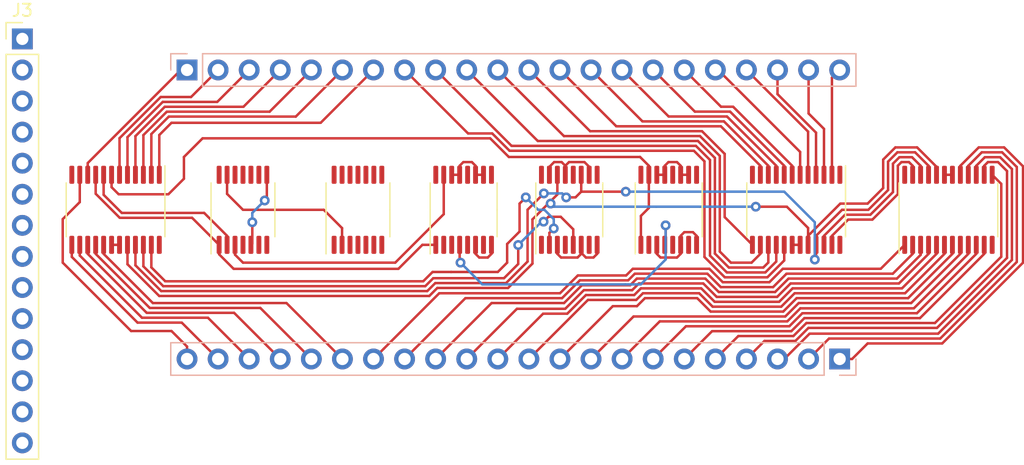
<source format=kicad_pcb>
(kicad_pcb (version 20171130) (host pcbnew "(5.1.10-1-10_14)")

  (general
    (thickness 1.6)
    (drawings 0)
    (tracks 505)
    (zones 0)
    (modules 11)
    (nets 85)
  )

  (page A4)
  (layers
    (0 F.Cu signal)
    (1 In1.Cu signal)
    (2 In2.Cu signal)
    (31 B.Cu signal)
    (32 B.Adhes user)
    (33 F.Adhes user)
    (34 B.Paste user)
    (35 F.Paste user)
    (36 B.SilkS user)
    (37 F.SilkS user)
    (38 B.Mask user)
    (39 F.Mask user)
    (40 Dwgs.User user)
    (41 Cmts.User user)
    (42 Eco1.User user)
    (43 Eco2.User user)
    (44 Edge.Cuts user)
    (45 Margin user)
    (46 B.CrtYd user)
    (47 F.CrtYd user)
    (48 B.Fab user hide)
    (49 F.Fab user hide)
  )

  (setup
    (last_trace_width 0.2)
    (user_trace_width 0.2)
    (trace_clearance 0.2)
    (zone_clearance 0.508)
    (zone_45_only no)
    (trace_min 0.2)
    (via_size 0.8)
    (via_drill 0.4)
    (via_min_size 0.4)
    (via_min_drill 0.3)
    (uvia_size 0.3)
    (uvia_drill 0.1)
    (uvias_allowed no)
    (uvia_min_size 0.2)
    (uvia_min_drill 0.1)
    (edge_width 0.05)
    (segment_width 0.2)
    (pcb_text_width 0.3)
    (pcb_text_size 1.5 1.5)
    (mod_edge_width 0.12)
    (mod_text_size 1 1)
    (mod_text_width 0.15)
    (pad_size 1.524 1.524)
    (pad_drill 0.762)
    (pad_to_mask_clearance 0)
    (aux_axis_origin 0 0)
    (grid_origin 118.11 60.452)
    (visible_elements FFFFFF7F)
    (pcbplotparams
      (layerselection 0x010fc_ffffffff)
      (usegerberextensions false)
      (usegerberattributes true)
      (usegerberadvancedattributes true)
      (creategerberjobfile true)
      (excludeedgelayer true)
      (linewidth 0.100000)
      (plotframeref false)
      (viasonmask false)
      (mode 1)
      (useauxorigin false)
      (hpglpennumber 1)
      (hpglpenspeed 20)
      (hpglpendiameter 15.000000)
      (psnegative false)
      (psa4output false)
      (plotreference true)
      (plotvalue true)
      (plotinvisibletext false)
      (padsonsilk false)
      (subtractmaskfromsilk false)
      (outputformat 1)
      (mirror false)
      (drillshape 1)
      (scaleselection 1)
      (outputdirectory ""))
  )

  (net 0 "")
  (net 1 VCC)
  (net 2 GND)
  (net 3 ~SET_INTERRUPT_FREQ)
  (net 4 ~TRANSMIT_UART)
  (net 5 ~WRITE_MEMORY)
  (net 6 ~LOAD_MAR)
  (net 7 ~LOAD_INSTRUCTION_REGISTER)
  (net 8 ~LOAD_STACK_POINTER)
  (net 9 ~LOAD_TX_MSB_REGISTER)
  (net 10 ~LOAD_TX_LSB_REGISTER)
  (net 11 ~LOAD_CONSTANT_REGISTER)
  (net 12 ~LOAD_F_REGISTER)
  (net 13 ~LOAD_E_REGISTER)
  (net 14 ~LOAD_D_REGISTER)
  (net 15 ~LOAD_C_REGISTER)
  (net 16 ~LOAD_B_REGISTER)
  (net 17 ~LOAD_A_REGISTER)
  (net 18 ~LOAD_SYNTH_2)
  (net 19 ~LOAD_SYNTH_1)
  (net 20 ~LOAD_OUTPUT_2)
  (net 21 ~LOAD_OUTPUT_1)
  (net 22 ~LOAD_DATA_SEGMENT)
  (net 23 ~LOAD_CODE_SEGMENT)
  (net 24 SHA_SEL_01)
  (net 25 SHA_SEL_00)
  (net 26 ~SHIFT_A_RIGHT)
  (net 27 ~SHIFT_A_LEFT)
  (net 28 "Net-(U3-Pad13)")
  (net 29 "Net-(U3-Pad6)")
  (net 30 "Net-(U3-Pad5)")
  (net 31 "Net-(U3-Pad3)")
  (net 32 "Net-(U4-Pad12)")
  (net 33 "Net-(U4-Pad9)")
  (net 34 "Net-(U5-Pad12)")
  (net 35 "Net-(U5-Pad9)")
  (net 36 "Net-(U7-Pad13)")
  (net 37 "Net-(U7-Pad12)")
  (net 38 "Net-(U7-Pad11)")
  (net 39 "Net-(U7-Pad10)")
  (net 40 "Net-(U7-Pad9)")
  (net 41 "Net-(U7-Pad8)")
  (net 42 "Net-(U7-Pad3)")
  (net 43 ALU_MODE)
  (net 44 ALU_CARRY_IN)
  (net 45 ALU_FUNC_3)
  (net 46 ALU_FUNC_2)
  (net 47 ALU_FUNC_1)
  (net 48 ALU_FUNC_0)
  (net 49 ~HALT)
  (net 50 ~RESET)
  (net 51 ~CLEAR_INT_2)
  (net 52 ~CLEAR_INT_1)
  (net 53 ~CLEAR_INT_0)
  (net 54 ~ALU_FLAG_REG_IN)
  (net 55 CARRY_FLAG)
  (net 56 "Net-(U7-Pad4)")
  (net 57 "Net-(U40-Pad1)")
  (net 58 ~SP_INC)
  (net 59 ~JUMP)
  (net 60 ~JUMP_JO)
  (net 61 ~JUMP_JNO)
  (net 62 ~JUMP_JS)
  (net 63 ~JUMP_JNS)
  (net 64 ~JUMP_JE_JZ)
  (net 65 ~JUMP_JNE_JNZ)
  (net 66 ~JUMP_JB_JNAE_JC)
  (net 67 ~JUMP_JNB_JAE_JNC)
  (net 68 ~JUMP_JBE_JNA)
  (net 69 ~JUMP_JA_JNBE)
  (net 70 ~JUMP_JL_JNG)
  (net 71 ~JUMP_JGE_JNL)
  (net 72 ~JUMP_JLE_JNG)
  (net 73 ~JUMP_JG_JNLE)
  (net 74 ~INC_PC)
  (net 75 ~SP_DEC)
  (net 76 EEPROM_0)
  (net 77 EEPROM_1)
  (net 78 EEPROM_2)
  (net 79 EEPROM_3)
  (net 80 ~WRITE_MUX1_EN)
  (net 81 ~ALU_MODE_1_EN)
  (net 82 ~ALU_MODE_0_CARRY_IN_EN)
  (net 83 ~WRITE_MUX2_EN)
  (net 84 ~WRITE_MUX0_EN)

  (net_class Default "This is the default net class."
    (clearance 0.2)
    (trace_width 0.25)
    (via_dia 0.8)
    (via_drill 0.4)
    (uvia_dia 0.3)
    (uvia_drill 0.1)
    (add_net ALU_CARRY_IN)
    (add_net ALU_FUNC_0)
    (add_net ALU_FUNC_1)
    (add_net ALU_FUNC_2)
    (add_net ALU_FUNC_3)
    (add_net ALU_MODE)
    (add_net CARRY_FLAG)
    (add_net EEPROM_0)
    (add_net EEPROM_1)
    (add_net EEPROM_2)
    (add_net EEPROM_3)
    (add_net GND)
    (add_net "Net-(U3-Pad13)")
    (add_net "Net-(U3-Pad3)")
    (add_net "Net-(U3-Pad5)")
    (add_net "Net-(U3-Pad6)")
    (add_net "Net-(U4-Pad12)")
    (add_net "Net-(U4-Pad9)")
    (add_net "Net-(U40-Pad1)")
    (add_net "Net-(U5-Pad12)")
    (add_net "Net-(U5-Pad9)")
    (add_net "Net-(U7-Pad10)")
    (add_net "Net-(U7-Pad11)")
    (add_net "Net-(U7-Pad12)")
    (add_net "Net-(U7-Pad13)")
    (add_net "Net-(U7-Pad3)")
    (add_net "Net-(U7-Pad4)")
    (add_net "Net-(U7-Pad8)")
    (add_net "Net-(U7-Pad9)")
    (add_net SHA_SEL_00)
    (add_net SHA_SEL_01)
    (add_net VCC)
    (add_net ~ALU_FLAG_REG_IN)
    (add_net ~ALU_MODE_0_CARRY_IN_EN)
    (add_net ~ALU_MODE_1_EN)
    (add_net ~CLEAR_INT_0)
    (add_net ~CLEAR_INT_1)
    (add_net ~CLEAR_INT_2)
    (add_net ~HALT)
    (add_net ~INC_PC)
    (add_net ~JUMP)
    (add_net ~JUMP_JA_JNBE)
    (add_net ~JUMP_JBE_JNA)
    (add_net ~JUMP_JB_JNAE_JC)
    (add_net ~JUMP_JE_JZ)
    (add_net ~JUMP_JGE_JNL)
    (add_net ~JUMP_JG_JNLE)
    (add_net ~JUMP_JLE_JNG)
    (add_net ~JUMP_JL_JNG)
    (add_net ~JUMP_JNB_JAE_JNC)
    (add_net ~JUMP_JNE_JNZ)
    (add_net ~JUMP_JNO)
    (add_net ~JUMP_JNS)
    (add_net ~JUMP_JO)
    (add_net ~JUMP_JS)
    (add_net ~LOAD_A_REGISTER)
    (add_net ~LOAD_B_REGISTER)
    (add_net ~LOAD_CODE_SEGMENT)
    (add_net ~LOAD_CONSTANT_REGISTER)
    (add_net ~LOAD_C_REGISTER)
    (add_net ~LOAD_DATA_SEGMENT)
    (add_net ~LOAD_D_REGISTER)
    (add_net ~LOAD_E_REGISTER)
    (add_net ~LOAD_F_REGISTER)
    (add_net ~LOAD_INSTRUCTION_REGISTER)
    (add_net ~LOAD_MAR)
    (add_net ~LOAD_OUTPUT_1)
    (add_net ~LOAD_OUTPUT_2)
    (add_net ~LOAD_STACK_POINTER)
    (add_net ~LOAD_SYNTH_1)
    (add_net ~LOAD_SYNTH_2)
    (add_net ~LOAD_TX_LSB_REGISTER)
    (add_net ~LOAD_TX_MSB_REGISTER)
    (add_net ~RESET)
    (add_net ~SET_INTERRUPT_FREQ)
    (add_net ~SHIFT_A_LEFT)
    (add_net ~SHIFT_A_RIGHT)
    (add_net ~SP_DEC)
    (add_net ~SP_INC)
    (add_net ~TRANSMIT_UART)
    (add_net ~WRITE_MEMORY)
    (add_net ~WRITE_MUX0_EN)
    (add_net ~WRITE_MUX1_EN)
    (add_net ~WRITE_MUX2_EN)
  )

  (module Connector_PinHeader_2.54mm:PinHeader_1x14_P2.54mm_Vertical (layer F.Cu) (tedit 59FED5CC) (tstamp 619BB9F2)
    (at 96.774 58.928)
    (descr "Through hole straight pin header, 1x14, 2.54mm pitch, single row")
    (tags "Through hole pin header THT 1x14 2.54mm single row")
    (path /6356D734/61B0A5AA)
    (fp_text reference J3 (at 0 -2.33) (layer F.SilkS)
      (effects (font (size 1 1) (thickness 0.15)))
    )
    (fp_text value Conn_01x14 (at 0 35.35) (layer F.Fab)
      (effects (font (size 1 1) (thickness 0.15)))
    )
    (fp_text user %R (at 0 16.51 90) (layer F.Fab)
      (effects (font (size 1 1) (thickness 0.15)))
    )
    (fp_line (start -0.635 -1.27) (end 1.27 -1.27) (layer F.Fab) (width 0.1))
    (fp_line (start 1.27 -1.27) (end 1.27 34.29) (layer F.Fab) (width 0.1))
    (fp_line (start 1.27 34.29) (end -1.27 34.29) (layer F.Fab) (width 0.1))
    (fp_line (start -1.27 34.29) (end -1.27 -0.635) (layer F.Fab) (width 0.1))
    (fp_line (start -1.27 -0.635) (end -0.635 -1.27) (layer F.Fab) (width 0.1))
    (fp_line (start -1.33 34.35) (end 1.33 34.35) (layer F.SilkS) (width 0.12))
    (fp_line (start -1.33 1.27) (end -1.33 34.35) (layer F.SilkS) (width 0.12))
    (fp_line (start 1.33 1.27) (end 1.33 34.35) (layer F.SilkS) (width 0.12))
    (fp_line (start -1.33 1.27) (end 1.33 1.27) (layer F.SilkS) (width 0.12))
    (fp_line (start -1.33 0) (end -1.33 -1.33) (layer F.SilkS) (width 0.12))
    (fp_line (start -1.33 -1.33) (end 0 -1.33) (layer F.SilkS) (width 0.12))
    (fp_line (start -1.8 -1.8) (end -1.8 34.8) (layer F.CrtYd) (width 0.05))
    (fp_line (start -1.8 34.8) (end 1.8 34.8) (layer F.CrtYd) (width 0.05))
    (fp_line (start 1.8 34.8) (end 1.8 -1.8) (layer F.CrtYd) (width 0.05))
    (fp_line (start 1.8 -1.8) (end -1.8 -1.8) (layer F.CrtYd) (width 0.05))
    (pad 14 thru_hole oval (at 0 33.02) (size 1.7 1.7) (drill 1) (layers *.Cu *.Mask)
      (net 44 ALU_CARRY_IN))
    (pad 13 thru_hole oval (at 0 30.48) (size 1.7 1.7) (drill 1) (layers *.Cu *.Mask)
      (net 24 SHA_SEL_01))
    (pad 12 thru_hole oval (at 0 27.94) (size 1.7 1.7) (drill 1) (layers *.Cu *.Mask)
      (net 25 SHA_SEL_00))
    (pad 11 thru_hole oval (at 0 25.4) (size 1.7 1.7) (drill 1) (layers *.Cu *.Mask)
      (net 43 ALU_MODE))
    (pad 10 thru_hole oval (at 0 22.86) (size 1.7 1.7) (drill 1) (layers *.Cu *.Mask)
      (net 81 ~ALU_MODE_1_EN))
    (pad 9 thru_hole oval (at 0 20.32) (size 1.7 1.7) (drill 1) (layers *.Cu *.Mask)
      (net 82 ~ALU_MODE_0_CARRY_IN_EN))
    (pad 8 thru_hole oval (at 0 17.78) (size 1.7 1.7) (drill 1) (layers *.Cu *.Mask)
      (net 79 EEPROM_3))
    (pad 7 thru_hole oval (at 0 15.24) (size 1.7 1.7) (drill 1) (layers *.Cu *.Mask)
      (net 78 EEPROM_2))
    (pad 6 thru_hole oval (at 0 12.7) (size 1.7 1.7) (drill 1) (layers *.Cu *.Mask)
      (net 77 EEPROM_1))
    (pad 5 thru_hole oval (at 0 10.16) (size 1.7 1.7) (drill 1) (layers *.Cu *.Mask)
      (net 76 EEPROM_0))
    (pad 4 thru_hole oval (at 0 7.62) (size 1.7 1.7) (drill 1) (layers *.Cu *.Mask)
      (net 45 ALU_FUNC_3))
    (pad 3 thru_hole oval (at 0 5.08) (size 1.7 1.7) (drill 1) (layers *.Cu *.Mask)
      (net 46 ALU_FUNC_2))
    (pad 2 thru_hole oval (at 0 2.54) (size 1.7 1.7) (drill 1) (layers *.Cu *.Mask)
      (net 47 ALU_FUNC_1))
    (pad 1 thru_hole rect (at 0 0) (size 1.7 1.7) (drill 1) (layers *.Cu *.Mask)
      (net 48 ALU_FUNC_0))
    (model ${KISYS3DMOD}/Connector_PinHeader_2.54mm.3dshapes/PinHeader_1x14_P2.54mm_Vertical.wrl
      (at (xyz 0 0 0))
      (scale (xyz 1 1 1))
      (rotate (xyz 0 0 0))
    )
  )

  (module Package_SO:TSSOP-24_4.4x7.8mm_P0.65mm (layer F.Cu) (tedit 5E476F32) (tstamp 619B613E)
    (at 160.02 72.898 270)
    (descr "TSSOP, 24 Pin (JEDEC MO-153 Var AD https://www.jedec.org/document_search?search_api_views_fulltext=MO-153), generated with kicad-footprint-generator ipc_gullwing_generator.py")
    (tags "TSSOP SO")
    (path /6356D734/635716FE)
    (attr smd)
    (fp_text reference U40 (at 0 -4.85 90) (layer F.SilkS) hide
      (effects (font (size 1 1) (thickness 0.15)))
    )
    (fp_text value 74LS154 (at 0 4.85 90) (layer F.Fab)
      (effects (font (size 1 1) (thickness 0.15)))
    )
    (fp_text user %R (at 0 0 90) (layer F.Fab) hide
      (effects (font (size 1 1) (thickness 0.15)))
    )
    (fp_line (start 0 4.035) (end 2.2 4.035) (layer F.SilkS) (width 0.12))
    (fp_line (start 0 4.035) (end -2.2 4.035) (layer F.SilkS) (width 0.12))
    (fp_line (start 0 -4.035) (end 2.2 -4.035) (layer F.SilkS) (width 0.12))
    (fp_line (start 0 -4.035) (end -3.6 -4.035) (layer F.SilkS) (width 0.12))
    (fp_line (start -1.2 -3.9) (end 2.2 -3.9) (layer F.Fab) (width 0.1))
    (fp_line (start 2.2 -3.9) (end 2.2 3.9) (layer F.Fab) (width 0.1))
    (fp_line (start 2.2 3.9) (end -2.2 3.9) (layer F.Fab) (width 0.1))
    (fp_line (start -2.2 3.9) (end -2.2 -2.9) (layer F.Fab) (width 0.1))
    (fp_line (start -2.2 -2.9) (end -1.2 -3.9) (layer F.Fab) (width 0.1))
    (fp_line (start -3.85 -4.15) (end -3.85 4.15) (layer F.CrtYd) (width 0.05))
    (fp_line (start -3.85 4.15) (end 3.85 4.15) (layer F.CrtYd) (width 0.05))
    (fp_line (start 3.85 4.15) (end 3.85 -4.15) (layer F.CrtYd) (width 0.05))
    (fp_line (start 3.85 -4.15) (end -3.85 -4.15) (layer F.CrtYd) (width 0.05))
    (pad 24 smd roundrect (at 2.8625 -3.575 270) (size 1.475 0.4) (layers F.Cu F.Paste F.Mask) (roundrect_rratio 0.25)
      (net 1 VCC))
    (pad 23 smd roundrect (at 2.8625 -2.925 270) (size 1.475 0.4) (layers F.Cu F.Paste F.Mask) (roundrect_rratio 0.25)
      (net 76 EEPROM_0))
    (pad 22 smd roundrect (at 2.8625 -2.275 270) (size 1.475 0.4) (layers F.Cu F.Paste F.Mask) (roundrect_rratio 0.25)
      (net 77 EEPROM_1))
    (pad 21 smd roundrect (at 2.8625 -1.625 270) (size 1.475 0.4) (layers F.Cu F.Paste F.Mask) (roundrect_rratio 0.25)
      (net 78 EEPROM_2))
    (pad 20 smd roundrect (at 2.8625 -0.975 270) (size 1.475 0.4) (layers F.Cu F.Paste F.Mask) (roundrect_rratio 0.25)
      (net 79 EEPROM_3))
    (pad 19 smd roundrect (at 2.8625 -0.325 270) (size 1.475 0.4) (layers F.Cu F.Paste F.Mask) (roundrect_rratio 0.25)
      (net 84 ~WRITE_MUX0_EN))
    (pad 18 smd roundrect (at 2.8625 0.325 270) (size 1.475 0.4) (layers F.Cu F.Paste F.Mask) (roundrect_rratio 0.25)
      (net 84 ~WRITE_MUX0_EN))
    (pad 17 smd roundrect (at 2.8625 0.975 270) (size 1.475 0.4) (layers F.Cu F.Paste F.Mask) (roundrect_rratio 0.25)
      (net 3 ~SET_INTERRUPT_FREQ))
    (pad 16 smd roundrect (at 2.8625 1.625 270) (size 1.475 0.4) (layers F.Cu F.Paste F.Mask) (roundrect_rratio 0.25)
      (net 4 ~TRANSMIT_UART))
    (pad 15 smd roundrect (at 2.8625 2.275 270) (size 1.475 0.4) (layers F.Cu F.Paste F.Mask) (roundrect_rratio 0.25)
      (net 5 ~WRITE_MEMORY))
    (pad 14 smd roundrect (at 2.8625 2.925 270) (size 1.475 0.4) (layers F.Cu F.Paste F.Mask) (roundrect_rratio 0.25)
      (net 6 ~LOAD_MAR))
    (pad 13 smd roundrect (at 2.8625 3.575 270) (size 1.475 0.4) (layers F.Cu F.Paste F.Mask) (roundrect_rratio 0.25)
      (net 7 ~LOAD_INSTRUCTION_REGISTER))
    (pad 12 smd roundrect (at -2.8625 3.575 270) (size 1.475 0.4) (layers F.Cu F.Paste F.Mask) (roundrect_rratio 0.25)
      (net 2 GND))
    (pad 11 smd roundrect (at -2.8625 2.925 270) (size 1.475 0.4) (layers F.Cu F.Paste F.Mask) (roundrect_rratio 0.25)
      (net 74 ~INC_PC))
    (pad 10 smd roundrect (at -2.8625 2.275 270) (size 1.475 0.4) (layers F.Cu F.Paste F.Mask) (roundrect_rratio 0.25)
      (net 8 ~LOAD_STACK_POINTER))
    (pad 9 smd roundrect (at -2.8625 1.625 270) (size 1.475 0.4) (layers F.Cu F.Paste F.Mask) (roundrect_rratio 0.25)
      (net 9 ~LOAD_TX_MSB_REGISTER))
    (pad 8 smd roundrect (at -2.8625 0.975 270) (size 1.475 0.4) (layers F.Cu F.Paste F.Mask) (roundrect_rratio 0.25)
      (net 10 ~LOAD_TX_LSB_REGISTER))
    (pad 7 smd roundrect (at -2.8625 0.325 270) (size 1.475 0.4) (layers F.Cu F.Paste F.Mask) (roundrect_rratio 0.25)
      (net 11 ~LOAD_CONSTANT_REGISTER))
    (pad 6 smd roundrect (at -2.8625 -0.325 270) (size 1.475 0.4) (layers F.Cu F.Paste F.Mask) (roundrect_rratio 0.25)
      (net 12 ~LOAD_F_REGISTER))
    (pad 5 smd roundrect (at -2.8625 -0.975 270) (size 1.475 0.4) (layers F.Cu F.Paste F.Mask) (roundrect_rratio 0.25)
      (net 13 ~LOAD_E_REGISTER))
    (pad 4 smd roundrect (at -2.8625 -1.625 270) (size 1.475 0.4) (layers F.Cu F.Paste F.Mask) (roundrect_rratio 0.25)
      (net 14 ~LOAD_D_REGISTER))
    (pad 3 smd roundrect (at -2.8625 -2.275 270) (size 1.475 0.4) (layers F.Cu F.Paste F.Mask) (roundrect_rratio 0.25)
      (net 15 ~LOAD_C_REGISTER))
    (pad 2 smd roundrect (at -2.8625 -2.925 270) (size 1.475 0.4) (layers F.Cu F.Paste F.Mask) (roundrect_rratio 0.25)
      (net 16 ~LOAD_B_REGISTER))
    (pad 1 smd roundrect (at -2.8625 -3.575 270) (size 1.475 0.4) (layers F.Cu F.Paste F.Mask) (roundrect_rratio 0.25)
      (net 57 "Net-(U40-Pad1)"))
    (model ${KISYS3DMOD}/Package_SO.3dshapes/TSSOP-24_4.4x7.8mm_P0.65mm.wrl
      (at (xyz 0 0 0))
      (scale (xyz 1 1 1))
      (rotate (xyz 0 0 0))
    )
  )

  (module Package_SO:TSSOP-16_4.4x5mm_P0.65mm (layer F.Cu) (tedit 5E476F32) (tstamp 619B6114)
    (at 141.478 72.898 90)
    (descr "TSSOP, 16 Pin (JEDEC MO-153 Var AB https://www.jedec.org/document_search?search_api_views_fulltext=MO-153), generated with kicad-footprint-generator ipc_gullwing_generator.py")
    (tags "TSSOP SO")
    (path /6356D734/63571800)
    (attr smd)
    (fp_text reference U8 (at 0 -3.45 90) (layer F.SilkS) hide
      (effects (font (size 1 1) (thickness 0.15)))
    )
    (fp_text value 74LS157 (at 0 3.45 90) (layer F.Fab)
      (effects (font (size 1 1) (thickness 0.15)))
    )
    (fp_text user %R (at 0 0 90) (layer F.Fab) hide
      (effects (font (size 1 1) (thickness 0.15)))
    )
    (fp_line (start 0 2.735) (end 2.2 2.735) (layer F.SilkS) (width 0.12))
    (fp_line (start 0 2.735) (end -2.2 2.735) (layer F.SilkS) (width 0.12))
    (fp_line (start 0 -2.735) (end 2.2 -2.735) (layer F.SilkS) (width 0.12))
    (fp_line (start 0 -2.735) (end -3.6 -2.735) (layer F.SilkS) (width 0.12))
    (fp_line (start -1.2 -2.5) (end 2.2 -2.5) (layer F.Fab) (width 0.1))
    (fp_line (start 2.2 -2.5) (end 2.2 2.5) (layer F.Fab) (width 0.1))
    (fp_line (start 2.2 2.5) (end -2.2 2.5) (layer F.Fab) (width 0.1))
    (fp_line (start -2.2 2.5) (end -2.2 -1.5) (layer F.Fab) (width 0.1))
    (fp_line (start -2.2 -1.5) (end -1.2 -2.5) (layer F.Fab) (width 0.1))
    (fp_line (start -3.85 -2.75) (end -3.85 2.75) (layer F.CrtYd) (width 0.05))
    (fp_line (start -3.85 2.75) (end 3.85 2.75) (layer F.CrtYd) (width 0.05))
    (fp_line (start 3.85 2.75) (end 3.85 -2.75) (layer F.CrtYd) (width 0.05))
    (fp_line (start 3.85 -2.75) (end -3.85 -2.75) (layer F.CrtYd) (width 0.05))
    (pad 16 smd roundrect (at 2.8625 -2.275 90) (size 1.475 0.4) (layers F.Cu F.Paste F.Mask) (roundrect_rratio 0.25)
      (net 1 VCC))
    (pad 15 smd roundrect (at 2.8625 -1.625 90) (size 1.475 0.4) (layers F.Cu F.Paste F.Mask) (roundrect_rratio 0.25)
      (net 2 GND))
    (pad 14 smd roundrect (at 2.8625 -0.975 90) (size 1.475 0.4) (layers F.Cu F.Paste F.Mask) (roundrect_rratio 0.25)
      (net 79 EEPROM_3))
    (pad 13 smd roundrect (at 2.8625 -0.325 90) (size 1.475 0.4) (layers F.Cu F.Paste F.Mask) (roundrect_rratio 0.25)
      (net 2 GND))
    (pad 12 smd roundrect (at 2.8625 0.325 90) (size 1.475 0.4) (layers F.Cu F.Paste F.Mask) (roundrect_rratio 0.25)
      (net 45 ALU_FUNC_3))
    (pad 11 smd roundrect (at 2.8625 0.975 90) (size 1.475 0.4) (layers F.Cu F.Paste F.Mask) (roundrect_rratio 0.25)
      (net 78 EEPROM_2))
    (pad 10 smd roundrect (at 2.8625 1.625 90) (size 1.475 0.4) (layers F.Cu F.Paste F.Mask) (roundrect_rratio 0.25)
      (net 2 GND))
    (pad 9 smd roundrect (at 2.8625 2.275 90) (size 1.475 0.4) (layers F.Cu F.Paste F.Mask) (roundrect_rratio 0.25)
      (net 46 ALU_FUNC_2))
    (pad 8 smd roundrect (at -2.8625 2.275 90) (size 1.475 0.4) (layers F.Cu F.Paste F.Mask) (roundrect_rratio 0.25)
      (net 2 GND))
    (pad 7 smd roundrect (at -2.8625 1.625 90) (size 1.475 0.4) (layers F.Cu F.Paste F.Mask) (roundrect_rratio 0.25)
      (net 47 ALU_FUNC_1))
    (pad 6 smd roundrect (at -2.8625 0.975 90) (size 1.475 0.4) (layers F.Cu F.Paste F.Mask) (roundrect_rratio 0.25)
      (net 2 GND))
    (pad 5 smd roundrect (at -2.8625 0.325 90) (size 1.475 0.4) (layers F.Cu F.Paste F.Mask) (roundrect_rratio 0.25)
      (net 77 EEPROM_1))
    (pad 4 smd roundrect (at -2.8625 -0.325 90) (size 1.475 0.4) (layers F.Cu F.Paste F.Mask) (roundrect_rratio 0.25)
      (net 48 ALU_FUNC_0))
    (pad 3 smd roundrect (at -2.8625 -0.975 90) (size 1.475 0.4) (layers F.Cu F.Paste F.Mask) (roundrect_rratio 0.25)
      (net 2 GND))
    (pad 2 smd roundrect (at -2.8625 -1.625 90) (size 1.475 0.4) (layers F.Cu F.Paste F.Mask) (roundrect_rratio 0.25)
      (net 76 EEPROM_0))
    (pad 1 smd roundrect (at -2.8625 -2.275 90) (size 1.475 0.4) (layers F.Cu F.Paste F.Mask) (roundrect_rratio 0.25)
      (net 29 "Net-(U3-Pad6)"))
    (model ${KISYS3DMOD}/Package_SO.3dshapes/TSSOP-16_4.4x5mm_P0.65mm.wrl
      (at (xyz 0 0 0))
      (scale (xyz 1 1 1))
      (rotate (xyz 0 0 0))
    )
  )

  (module Package_SO:TSSOP-14_4.4x5mm_P0.65mm (layer F.Cu) (tedit 5E476F32) (tstamp 619B60F2)
    (at 124.206 72.898 90)
    (descr "TSSOP, 14 Pin (JEDEC MO-153 Var AB-1 https://www.jedec.org/document_search?search_api_views_fulltext=MO-153), generated with kicad-footprint-generator ipc_gullwing_generator.py")
    (tags "TSSOP SO")
    (path /6356D734/635717FA)
    (attr smd)
    (fp_text reference U7 (at 0 -3.45 90) (layer F.SilkS) hide
      (effects (font (size 1 1) (thickness 0.15)))
    )
    (fp_text value 74HC04 (at 0 3.45 90) (layer F.Fab)
      (effects (font (size 1 1) (thickness 0.15)))
    )
    (fp_text user %R (at 0 0 90) (layer F.Fab) hide
      (effects (font (size 1 1) (thickness 0.15)))
    )
    (fp_line (start 0 2.61) (end 2.2 2.61) (layer F.SilkS) (width 0.12))
    (fp_line (start 0 2.61) (end -2.2 2.61) (layer F.SilkS) (width 0.12))
    (fp_line (start 0 -2.61) (end 2.2 -2.61) (layer F.SilkS) (width 0.12))
    (fp_line (start 0 -2.61) (end -3.6 -2.61) (layer F.SilkS) (width 0.12))
    (fp_line (start -1.2 -2.5) (end 2.2 -2.5) (layer F.Fab) (width 0.1))
    (fp_line (start 2.2 -2.5) (end 2.2 2.5) (layer F.Fab) (width 0.1))
    (fp_line (start 2.2 2.5) (end -2.2 2.5) (layer F.Fab) (width 0.1))
    (fp_line (start -2.2 2.5) (end -2.2 -1.5) (layer F.Fab) (width 0.1))
    (fp_line (start -2.2 -1.5) (end -1.2 -2.5) (layer F.Fab) (width 0.1))
    (fp_line (start -3.85 -2.75) (end -3.85 2.75) (layer F.CrtYd) (width 0.05))
    (fp_line (start -3.85 2.75) (end 3.85 2.75) (layer F.CrtYd) (width 0.05))
    (fp_line (start 3.85 2.75) (end 3.85 -2.75) (layer F.CrtYd) (width 0.05))
    (fp_line (start 3.85 -2.75) (end -3.85 -2.75) (layer F.CrtYd) (width 0.05))
    (pad 14 smd roundrect (at 2.8625 -1.95 90) (size 1.475 0.4) (layers F.Cu F.Paste F.Mask) (roundrect_rratio 0.25)
      (net 1 VCC))
    (pad 13 smd roundrect (at 2.8625 -1.3 90) (size 1.475 0.4) (layers F.Cu F.Paste F.Mask) (roundrect_rratio 0.25)
      (net 36 "Net-(U7-Pad13)"))
    (pad 12 smd roundrect (at 2.8625 -0.65 90) (size 1.475 0.4) (layers F.Cu F.Paste F.Mask) (roundrect_rratio 0.25)
      (net 37 "Net-(U7-Pad12)"))
    (pad 11 smd roundrect (at 2.8625 0 90) (size 1.475 0.4) (layers F.Cu F.Paste F.Mask) (roundrect_rratio 0.25)
      (net 38 "Net-(U7-Pad11)"))
    (pad 10 smd roundrect (at 2.8625 0.65 90) (size 1.475 0.4) (layers F.Cu F.Paste F.Mask) (roundrect_rratio 0.25)
      (net 39 "Net-(U7-Pad10)"))
    (pad 9 smd roundrect (at 2.8625 1.3 90) (size 1.475 0.4) (layers F.Cu F.Paste F.Mask) (roundrect_rratio 0.25)
      (net 40 "Net-(U7-Pad9)"))
    (pad 8 smd roundrect (at 2.8625 1.95 90) (size 1.475 0.4) (layers F.Cu F.Paste F.Mask) (roundrect_rratio 0.25)
      (net 41 "Net-(U7-Pad8)"))
    (pad 7 smd roundrect (at -2.8625 1.95 90) (size 1.475 0.4) (layers F.Cu F.Paste F.Mask) (roundrect_rratio 0.25)
      (net 2 GND))
    (pad 6 smd roundrect (at -2.8625 1.3 90) (size 1.475 0.4) (layers F.Cu F.Paste F.Mask) (roundrect_rratio 0.25))
    (pad 5 smd roundrect (at -2.8625 0.65 90) (size 1.475 0.4) (layers F.Cu F.Paste F.Mask) (roundrect_rratio 0.25))
    (pad 4 smd roundrect (at -2.8625 0 90) (size 1.475 0.4) (layers F.Cu F.Paste F.Mask) (roundrect_rratio 0.25)
      (net 56 "Net-(U7-Pad4)"))
    (pad 3 smd roundrect (at -2.8625 -0.65 90) (size 1.475 0.4) (layers F.Cu F.Paste F.Mask) (roundrect_rratio 0.25)
      (net 42 "Net-(U7-Pad3)"))
    (pad 2 smd roundrect (at -2.8625 -1.3 90) (size 1.475 0.4) (layers F.Cu F.Paste F.Mask) (roundrect_rratio 0.25)
      (net 28 "Net-(U3-Pad13)"))
    (pad 1 smd roundrect (at -2.8625 -1.95 90) (size 1.475 0.4) (layers F.Cu F.Paste F.Mask) (roundrect_rratio 0.25)
      (net 82 ~ALU_MODE_0_CARRY_IN_EN))
    (model ${KISYS3DMOD}/Package_SO.3dshapes/TSSOP-14_4.4x5mm_P0.65mm.wrl
      (at (xyz 0 0 0))
      (scale (xyz 1 1 1))
      (rotate (xyz 0 0 0))
    )
  )

  (module Package_SO:TSSOP-24_4.4x7.8mm_P0.65mm (layer F.Cu) (tedit 5E476F32) (tstamp 619B60D2)
    (at 172.466 72.898 90)
    (descr "TSSOP, 24 Pin (JEDEC MO-153 Var AD https://www.jedec.org/document_search?search_api_views_fulltext=MO-153), generated with kicad-footprint-generator ipc_gullwing_generator.py")
    (tags "TSSOP SO")
    (path /6356D734/63571848)
    (attr smd)
    (fp_text reference U6 (at 0 -4.85 90) (layer F.SilkS) hide
      (effects (font (size 1 1) (thickness 0.15)))
    )
    (fp_text value 74LS154 (at 0 4.85 90) (layer F.Fab)
      (effects (font (size 1 1) (thickness 0.15)))
    )
    (fp_text user %R (at 0 0 90) (layer F.Fab) hide
      (effects (font (size 1 1) (thickness 0.15)))
    )
    (fp_line (start 0 4.035) (end 2.2 4.035) (layer F.SilkS) (width 0.12))
    (fp_line (start 0 4.035) (end -2.2 4.035) (layer F.SilkS) (width 0.12))
    (fp_line (start 0 -4.035) (end 2.2 -4.035) (layer F.SilkS) (width 0.12))
    (fp_line (start 0 -4.035) (end -3.6 -4.035) (layer F.SilkS) (width 0.12))
    (fp_line (start -1.2 -3.9) (end 2.2 -3.9) (layer F.Fab) (width 0.1))
    (fp_line (start 2.2 -3.9) (end 2.2 3.9) (layer F.Fab) (width 0.1))
    (fp_line (start 2.2 3.9) (end -2.2 3.9) (layer F.Fab) (width 0.1))
    (fp_line (start -2.2 3.9) (end -2.2 -2.9) (layer F.Fab) (width 0.1))
    (fp_line (start -2.2 -2.9) (end -1.2 -3.9) (layer F.Fab) (width 0.1))
    (fp_line (start -3.85 -4.15) (end -3.85 4.15) (layer F.CrtYd) (width 0.05))
    (fp_line (start -3.85 4.15) (end 3.85 4.15) (layer F.CrtYd) (width 0.05))
    (fp_line (start 3.85 4.15) (end 3.85 -4.15) (layer F.CrtYd) (width 0.05))
    (fp_line (start 3.85 -4.15) (end -3.85 -4.15) (layer F.CrtYd) (width 0.05))
    (pad 24 smd roundrect (at 2.8625 -3.575 90) (size 1.475 0.4) (layers F.Cu F.Paste F.Mask) (roundrect_rratio 0.25)
      (net 1 VCC))
    (pad 23 smd roundrect (at 2.8625 -2.925 90) (size 1.475 0.4) (layers F.Cu F.Paste F.Mask) (roundrect_rratio 0.25)
      (net 76 EEPROM_0))
    (pad 22 smd roundrect (at 2.8625 -2.275 90) (size 1.475 0.4) (layers F.Cu F.Paste F.Mask) (roundrect_rratio 0.25)
      (net 77 EEPROM_1))
    (pad 21 smd roundrect (at 2.8625 -1.625 90) (size 1.475 0.4) (layers F.Cu F.Paste F.Mask) (roundrect_rratio 0.25)
      (net 78 EEPROM_2))
    (pad 20 smd roundrect (at 2.8625 -0.975 90) (size 1.475 0.4) (layers F.Cu F.Paste F.Mask) (roundrect_rratio 0.25)
      (net 79 EEPROM_3))
    (pad 19 smd roundrect (at 2.8625 -0.325 90) (size 1.475 0.4) (layers F.Cu F.Paste F.Mask) (roundrect_rratio 0.25)
      (net 83 ~WRITE_MUX2_EN))
    (pad 18 smd roundrect (at 2.8625 0.325 90) (size 1.475 0.4) (layers F.Cu F.Paste F.Mask) (roundrect_rratio 0.25)
      (net 83 ~WRITE_MUX2_EN))
    (pad 17 smd roundrect (at 2.8625 0.975 90) (size 1.475 0.4) (layers F.Cu F.Paste F.Mask) (roundrect_rratio 0.25)
      (net 73 ~JUMP_JG_JNLE))
    (pad 16 smd roundrect (at 2.8625 1.625 90) (size 1.475 0.4) (layers F.Cu F.Paste F.Mask) (roundrect_rratio 0.25)
      (net 72 ~JUMP_JLE_JNG))
    (pad 15 smd roundrect (at 2.8625 2.275 90) (size 1.475 0.4) (layers F.Cu F.Paste F.Mask) (roundrect_rratio 0.25)
      (net 71 ~JUMP_JGE_JNL))
    (pad 14 smd roundrect (at 2.8625 2.925 90) (size 1.475 0.4) (layers F.Cu F.Paste F.Mask) (roundrect_rratio 0.25)
      (net 70 ~JUMP_JL_JNG))
    (pad 13 smd roundrect (at 2.8625 3.575 90) (size 1.475 0.4) (layers F.Cu F.Paste F.Mask) (roundrect_rratio 0.25)
      (net 69 ~JUMP_JA_JNBE))
    (pad 12 smd roundrect (at -2.8625 3.575 90) (size 1.475 0.4) (layers F.Cu F.Paste F.Mask) (roundrect_rratio 0.25)
      (net 2 GND))
    (pad 11 smd roundrect (at -2.8625 2.925 90) (size 1.475 0.4) (layers F.Cu F.Paste F.Mask) (roundrect_rratio 0.25)
      (net 68 ~JUMP_JBE_JNA))
    (pad 10 smd roundrect (at -2.8625 2.275 90) (size 1.475 0.4) (layers F.Cu F.Paste F.Mask) (roundrect_rratio 0.25)
      (net 67 ~JUMP_JNB_JAE_JNC))
    (pad 9 smd roundrect (at -2.8625 1.625 90) (size 1.475 0.4) (layers F.Cu F.Paste F.Mask) (roundrect_rratio 0.25)
      (net 66 ~JUMP_JB_JNAE_JC))
    (pad 8 smd roundrect (at -2.8625 0.975 90) (size 1.475 0.4) (layers F.Cu F.Paste F.Mask) (roundrect_rratio 0.25)
      (net 65 ~JUMP_JNE_JNZ))
    (pad 7 smd roundrect (at -2.8625 0.325 90) (size 1.475 0.4) (layers F.Cu F.Paste F.Mask) (roundrect_rratio 0.25)
      (net 64 ~JUMP_JE_JZ))
    (pad 6 smd roundrect (at -2.8625 -0.325 90) (size 1.475 0.4) (layers F.Cu F.Paste F.Mask) (roundrect_rratio 0.25)
      (net 63 ~JUMP_JNS))
    (pad 5 smd roundrect (at -2.8625 -0.975 90) (size 1.475 0.4) (layers F.Cu F.Paste F.Mask) (roundrect_rratio 0.25)
      (net 62 ~JUMP_JS))
    (pad 4 smd roundrect (at -2.8625 -1.625 90) (size 1.475 0.4) (layers F.Cu F.Paste F.Mask) (roundrect_rratio 0.25)
      (net 61 ~JUMP_JNO))
    (pad 3 smd roundrect (at -2.8625 -2.275 90) (size 1.475 0.4) (layers F.Cu F.Paste F.Mask) (roundrect_rratio 0.25)
      (net 60 ~JUMP_JO))
    (pad 2 smd roundrect (at -2.8625 -2.925 90) (size 1.475 0.4) (layers F.Cu F.Paste F.Mask) (roundrect_rratio 0.25)
      (net 59 ~JUMP))
    (pad 1 smd roundrect (at -2.8625 -3.575 90) (size 1.475 0.4) (layers F.Cu F.Paste F.Mask) (roundrect_rratio 0.25)
      (net 54 ~ALU_FLAG_REG_IN))
    (model ${KISYS3DMOD}/Package_SO.3dshapes/TSSOP-24_4.4x7.8mm_P0.65mm.wrl
      (at (xyz 0 0 0))
      (scale (xyz 1 1 1))
      (rotate (xyz 0 0 0))
    )
  )

  (module Package_SO:TSSOP-16_4.4x5mm_P0.65mm (layer F.Cu) (tedit 5E476F32) (tstamp 619B60A8)
    (at 149.606 72.898 90)
    (descr "TSSOP, 16 Pin (JEDEC MO-153 Var AB https://www.jedec.org/document_search?search_api_views_fulltext=MO-153), generated with kicad-footprint-generator ipc_gullwing_generator.py")
    (tags "TSSOP SO")
    (path /6356D734/635717CE)
    (attr smd)
    (fp_text reference U5 (at 0 -3.45 90) (layer F.SilkS) hide
      (effects (font (size 1 1) (thickness 0.15)))
    )
    (fp_text value 74LS258 (at 0 3.45 90) (layer F.Fab)
      (effects (font (size 1 1) (thickness 0.15)))
    )
    (fp_text user %R (at 0 0 90) (layer F.Fab) hide
      (effects (font (size 1 1) (thickness 0.15)))
    )
    (fp_line (start 0 2.735) (end 2.2 2.735) (layer F.SilkS) (width 0.12))
    (fp_line (start 0 2.735) (end -2.2 2.735) (layer F.SilkS) (width 0.12))
    (fp_line (start 0 -2.735) (end 2.2 -2.735) (layer F.SilkS) (width 0.12))
    (fp_line (start 0 -2.735) (end -3.6 -2.735) (layer F.SilkS) (width 0.12))
    (fp_line (start -1.2 -2.5) (end 2.2 -2.5) (layer F.Fab) (width 0.1))
    (fp_line (start 2.2 -2.5) (end 2.2 2.5) (layer F.Fab) (width 0.1))
    (fp_line (start 2.2 2.5) (end -2.2 2.5) (layer F.Fab) (width 0.1))
    (fp_line (start -2.2 2.5) (end -2.2 -1.5) (layer F.Fab) (width 0.1))
    (fp_line (start -2.2 -1.5) (end -1.2 -2.5) (layer F.Fab) (width 0.1))
    (fp_line (start -3.85 -2.75) (end -3.85 2.75) (layer F.CrtYd) (width 0.05))
    (fp_line (start -3.85 2.75) (end 3.85 2.75) (layer F.CrtYd) (width 0.05))
    (fp_line (start 3.85 2.75) (end 3.85 -2.75) (layer F.CrtYd) (width 0.05))
    (fp_line (start 3.85 -2.75) (end -3.85 -2.75) (layer F.CrtYd) (width 0.05))
    (pad 16 smd roundrect (at 2.8625 -2.275 90) (size 1.475 0.4) (layers F.Cu F.Paste F.Mask) (roundrect_rratio 0.25)
      (net 1 VCC))
    (pad 15 smd roundrect (at 2.8625 -1.625 90) (size 1.475 0.4) (layers F.Cu F.Paste F.Mask) (roundrect_rratio 0.25)
      (net 17 ~LOAD_A_REGISTER))
    (pad 14 smd roundrect (at 2.8625 -0.975 90) (size 1.475 0.4) (layers F.Cu F.Paste F.Mask) (roundrect_rratio 0.25)
      (net 2 GND))
    (pad 13 smd roundrect (at 2.8625 -0.325 90) (size 1.475 0.4) (layers F.Cu F.Paste F.Mask) (roundrect_rratio 0.25)
      (net 2 GND))
    (pad 12 smd roundrect (at 2.8625 0.325 90) (size 1.475 0.4) (layers F.Cu F.Paste F.Mask) (roundrect_rratio 0.25)
      (net 34 "Net-(U5-Pad12)"))
    (pad 11 smd roundrect (at 2.8625 0.975 90) (size 1.475 0.4) (layers F.Cu F.Paste F.Mask) (roundrect_rratio 0.25)
      (net 2 GND))
    (pad 10 smd roundrect (at 2.8625 1.625 90) (size 1.475 0.4) (layers F.Cu F.Paste F.Mask) (roundrect_rratio 0.25)
      (net 2 GND))
    (pad 9 smd roundrect (at 2.8625 2.275 90) (size 1.475 0.4) (layers F.Cu F.Paste F.Mask) (roundrect_rratio 0.25)
      (net 35 "Net-(U5-Pad9)"))
    (pad 8 smd roundrect (at -2.8625 2.275 90) (size 1.475 0.4) (layers F.Cu F.Paste F.Mask) (roundrect_rratio 0.25)
      (net 2 GND))
    (pad 7 smd roundrect (at -2.8625 1.625 90) (size 1.475 0.4) (layers F.Cu F.Paste F.Mask) (roundrect_rratio 0.25)
      (net 25 SHA_SEL_00))
    (pad 6 smd roundrect (at -2.8625 0.975 90) (size 1.475 0.4) (layers F.Cu F.Paste F.Mask) (roundrect_rratio 0.25)
      (net 2 GND))
    (pad 5 smd roundrect (at -2.8625 0.325 90) (size 1.475 0.4) (layers F.Cu F.Paste F.Mask) (roundrect_rratio 0.25)
      (net 1 VCC))
    (pad 4 smd roundrect (at -2.8625 -0.325 90) (size 1.475 0.4) (layers F.Cu F.Paste F.Mask) (roundrect_rratio 0.25)
      (net 24 SHA_SEL_01))
    (pad 3 smd roundrect (at -2.8625 -0.975 90) (size 1.475 0.4) (layers F.Cu F.Paste F.Mask) (roundrect_rratio 0.25)
      (net 2 GND))
    (pad 2 smd roundrect (at -2.8625 -1.625 90) (size 1.475 0.4) (layers F.Cu F.Paste F.Mask) (roundrect_rratio 0.25)
      (net 1 VCC))
    (pad 1 smd roundrect (at -2.8625 -2.275 90) (size 1.475 0.4) (layers F.Cu F.Paste F.Mask) (roundrect_rratio 0.25)
      (net 17 ~LOAD_A_REGISTER))
    (model ${KISYS3DMOD}/Package_SO.3dshapes/TSSOP-16_4.4x5mm_P0.65mm.wrl
      (at (xyz 0 0 0))
      (scale (xyz 1 1 1))
      (rotate (xyz 0 0 0))
    )
  )

  (module Package_SO:TSSOP-16_4.4x5mm_P0.65mm (layer F.Cu) (tedit 5E476F32) (tstamp 619B6086)
    (at 132.842 72.898 90)
    (descr "TSSOP, 16 Pin (JEDEC MO-153 Var AB https://www.jedec.org/document_search?search_api_views_fulltext=MO-153), generated with kicad-footprint-generator ipc_gullwing_generator.py")
    (tags "TSSOP SO")
    (path /6356D734/63571794)
    (attr smd)
    (fp_text reference U4 (at 0 -3.45 90) (layer F.SilkS) hide
      (effects (font (size 1 1) (thickness 0.15)))
    )
    (fp_text value 74LS258 (at 0 3.45 90) (layer F.Fab)
      (effects (font (size 1 1) (thickness 0.15)))
    )
    (fp_text user %R (at 0 0 90) (layer F.Fab) hide
      (effects (font (size 1 1) (thickness 0.15)))
    )
    (fp_line (start 0 2.735) (end 2.2 2.735) (layer F.SilkS) (width 0.12))
    (fp_line (start 0 2.735) (end -2.2 2.735) (layer F.SilkS) (width 0.12))
    (fp_line (start 0 -2.735) (end 2.2 -2.735) (layer F.SilkS) (width 0.12))
    (fp_line (start 0 -2.735) (end -3.6 -2.735) (layer F.SilkS) (width 0.12))
    (fp_line (start -1.2 -2.5) (end 2.2 -2.5) (layer F.Fab) (width 0.1))
    (fp_line (start 2.2 -2.5) (end 2.2 2.5) (layer F.Fab) (width 0.1))
    (fp_line (start 2.2 2.5) (end -2.2 2.5) (layer F.Fab) (width 0.1))
    (fp_line (start -2.2 2.5) (end -2.2 -1.5) (layer F.Fab) (width 0.1))
    (fp_line (start -2.2 -1.5) (end -1.2 -2.5) (layer F.Fab) (width 0.1))
    (fp_line (start -3.85 -2.75) (end -3.85 2.75) (layer F.CrtYd) (width 0.05))
    (fp_line (start -3.85 2.75) (end 3.85 2.75) (layer F.CrtYd) (width 0.05))
    (fp_line (start 3.85 2.75) (end 3.85 -2.75) (layer F.CrtYd) (width 0.05))
    (fp_line (start 3.85 -2.75) (end -3.85 -2.75) (layer F.CrtYd) (width 0.05))
    (pad 16 smd roundrect (at 2.8625 -2.275 90) (size 1.475 0.4) (layers F.Cu F.Paste F.Mask) (roundrect_rratio 0.25)
      (net 1 VCC))
    (pad 15 smd roundrect (at 2.8625 -1.625 90) (size 1.475 0.4) (layers F.Cu F.Paste F.Mask) (roundrect_rratio 0.25)
      (net 31 "Net-(U3-Pad3)"))
    (pad 14 smd roundrect (at 2.8625 -0.975 90) (size 1.475 0.4) (layers F.Cu F.Paste F.Mask) (roundrect_rratio 0.25)
      (net 2 GND))
    (pad 13 smd roundrect (at 2.8625 -0.325 90) (size 1.475 0.4) (layers F.Cu F.Paste F.Mask) (roundrect_rratio 0.25)
      (net 2 GND))
    (pad 12 smd roundrect (at 2.8625 0.325 90) (size 1.475 0.4) (layers F.Cu F.Paste F.Mask) (roundrect_rratio 0.25)
      (net 32 "Net-(U4-Pad12)"))
    (pad 11 smd roundrect (at 2.8625 0.975 90) (size 1.475 0.4) (layers F.Cu F.Paste F.Mask) (roundrect_rratio 0.25)
      (net 2 GND))
    (pad 10 smd roundrect (at 2.8625 1.625 90) (size 1.475 0.4) (layers F.Cu F.Paste F.Mask) (roundrect_rratio 0.25)
      (net 2 GND))
    (pad 9 smd roundrect (at 2.8625 2.275 90) (size 1.475 0.4) (layers F.Cu F.Paste F.Mask) (roundrect_rratio 0.25)
      (net 33 "Net-(U4-Pad9)"))
    (pad 8 smd roundrect (at -2.8625 2.275 90) (size 1.475 0.4) (layers F.Cu F.Paste F.Mask) (roundrect_rratio 0.25)
      (net 2 GND))
    (pad 7 smd roundrect (at -2.8625 1.625 90) (size 1.475 0.4) (layers F.Cu F.Paste F.Mask) (roundrect_rratio 0.25)
      (net 25 SHA_SEL_00))
    (pad 6 smd roundrect (at -2.8625 0.975 90) (size 1.475 0.4) (layers F.Cu F.Paste F.Mask) (roundrect_rratio 0.25)
      (net 2 GND))
    (pad 5 smd roundrect (at -2.8625 0.325 90) (size 1.475 0.4) (layers F.Cu F.Paste F.Mask) (roundrect_rratio 0.25)
      (net 1 VCC))
    (pad 4 smd roundrect (at -2.8625 -0.325 90) (size 1.475 0.4) (layers F.Cu F.Paste F.Mask) (roundrect_rratio 0.25)
      (net 24 SHA_SEL_01))
    (pad 3 smd roundrect (at -2.8625 -0.975 90) (size 1.475 0.4) (layers F.Cu F.Paste F.Mask) (roundrect_rratio 0.25)
      (net 1 VCC))
    (pad 2 smd roundrect (at -2.8625 -1.625 90) (size 1.475 0.4) (layers F.Cu F.Paste F.Mask) (roundrect_rratio 0.25)
      (net 2 GND))
    (pad 1 smd roundrect (at -2.8625 -2.275 90) (size 1.475 0.4) (layers F.Cu F.Paste F.Mask) (roundrect_rratio 0.25)
      (net 26 ~SHIFT_A_RIGHT))
    (model ${KISYS3DMOD}/Package_SO.3dshapes/TSSOP-16_4.4x5mm_P0.65mm.wrl
      (at (xyz 0 0 0))
      (scale (xyz 1 1 1))
      (rotate (xyz 0 0 0))
    )
  )

  (module Package_SO:TSSOP-14_4.4x5mm_P0.65mm (layer F.Cu) (tedit 5E476F32) (tstamp 619B6064)
    (at 114.808 72.898 90)
    (descr "TSSOP, 14 Pin (JEDEC MO-153 Var AB-1 https://www.jedec.org/document_search?search_api_views_fulltext=MO-153), generated with kicad-footprint-generator ipc_gullwing_generator.py")
    (tags "TSSOP SO")
    (path /6356D734/63571744)
    (attr smd)
    (fp_text reference U3 (at 0 -3.45 90) (layer F.SilkS) hide
      (effects (font (size 1 1) (thickness 0.15)))
    )
    (fp_text value 74LS08 (at 0 3.45 90) (layer F.Fab)
      (effects (font (size 1 1) (thickness 0.15)))
    )
    (fp_text user %R (at 0 0 90) (layer F.Fab) hide
      (effects (font (size 1 1) (thickness 0.15)))
    )
    (fp_line (start 0 2.61) (end 2.2 2.61) (layer F.SilkS) (width 0.12))
    (fp_line (start 0 2.61) (end -2.2 2.61) (layer F.SilkS) (width 0.12))
    (fp_line (start 0 -2.61) (end 2.2 -2.61) (layer F.SilkS) (width 0.12))
    (fp_line (start 0 -2.61) (end -3.6 -2.61) (layer F.SilkS) (width 0.12))
    (fp_line (start -1.2 -2.5) (end 2.2 -2.5) (layer F.Fab) (width 0.1))
    (fp_line (start 2.2 -2.5) (end 2.2 2.5) (layer F.Fab) (width 0.1))
    (fp_line (start 2.2 2.5) (end -2.2 2.5) (layer F.Fab) (width 0.1))
    (fp_line (start -2.2 2.5) (end -2.2 -1.5) (layer F.Fab) (width 0.1))
    (fp_line (start -2.2 -1.5) (end -1.2 -2.5) (layer F.Fab) (width 0.1))
    (fp_line (start -3.85 -2.75) (end -3.85 2.75) (layer F.CrtYd) (width 0.05))
    (fp_line (start -3.85 2.75) (end 3.85 2.75) (layer F.CrtYd) (width 0.05))
    (fp_line (start 3.85 2.75) (end 3.85 -2.75) (layer F.CrtYd) (width 0.05))
    (fp_line (start 3.85 -2.75) (end -3.85 -2.75) (layer F.CrtYd) (width 0.05))
    (pad 14 smd roundrect (at 2.8625 -1.95 90) (size 1.475 0.4) (layers F.Cu F.Paste F.Mask) (roundrect_rratio 0.25)
      (net 1 VCC))
    (pad 13 smd roundrect (at 2.8625 -1.3 90) (size 1.475 0.4) (layers F.Cu F.Paste F.Mask) (roundrect_rratio 0.25)
      (net 28 "Net-(U3-Pad13)"))
    (pad 12 smd roundrect (at 2.8625 -0.65 90) (size 1.475 0.4) (layers F.Cu F.Paste F.Mask) (roundrect_rratio 0.25)
      (net 55 CARRY_FLAG))
    (pad 11 smd roundrect (at 2.8625 0 90) (size 1.475 0.4) (layers F.Cu F.Paste F.Mask) (roundrect_rratio 0.25)
      (net 44 ALU_CARRY_IN))
    (pad 10 smd roundrect (at 2.8625 0.65 90) (size 1.475 0.4) (layers F.Cu F.Paste F.Mask) (roundrect_rratio 0.25)
      (net 43 ALU_MODE))
    (pad 9 smd roundrect (at 2.8625 1.3 90) (size 1.475 0.4) (layers F.Cu F.Paste F.Mask) (roundrect_rratio 0.25)
      (net 81 ~ALU_MODE_1_EN))
    (pad 8 smd roundrect (at 2.8625 1.95 90) (size 1.475 0.4) (layers F.Cu F.Paste F.Mask) (roundrect_rratio 0.25)
      (net 30 "Net-(U3-Pad5)"))
    (pad 7 smd roundrect (at -2.8625 1.95 90) (size 1.475 0.4) (layers F.Cu F.Paste F.Mask) (roundrect_rratio 0.25)
      (net 2 GND))
    (pad 6 smd roundrect (at -2.8625 1.3 90) (size 1.475 0.4) (layers F.Cu F.Paste F.Mask) (roundrect_rratio 0.25)
      (net 29 "Net-(U3-Pad6)"))
    (pad 5 smd roundrect (at -2.8625 0.65 90) (size 1.475 0.4) (layers F.Cu F.Paste F.Mask) (roundrect_rratio 0.25)
      (net 30 "Net-(U3-Pad5)"))
    (pad 4 smd roundrect (at -2.8625 0 90) (size 1.475 0.4) (layers F.Cu F.Paste F.Mask) (roundrect_rratio 0.25)
      (net 82 ~ALU_MODE_0_CARRY_IN_EN))
    (pad 3 smd roundrect (at -2.8625 -0.65 90) (size 1.475 0.4) (layers F.Cu F.Paste F.Mask) (roundrect_rratio 0.25)
      (net 31 "Net-(U3-Pad3)"))
    (pad 2 smd roundrect (at -2.8625 -1.3 90) (size 1.475 0.4) (layers F.Cu F.Paste F.Mask) (roundrect_rratio 0.25)
      (net 27 ~SHIFT_A_LEFT))
    (pad 1 smd roundrect (at -2.8625 -1.95 90) (size 1.475 0.4) (layers F.Cu F.Paste F.Mask) (roundrect_rratio 0.25)
      (net 26 ~SHIFT_A_RIGHT))
    (model ${KISYS3DMOD}/Package_SO.3dshapes/TSSOP-14_4.4x5mm_P0.65mm.wrl
      (at (xyz 0 0 0))
      (scale (xyz 1 1 1))
      (rotate (xyz 0 0 0))
    )
  )

  (module Package_SO:TSSOP-24_4.4x7.8mm_P0.65mm (layer F.Cu) (tedit 5E476F32) (tstamp 619B6044)
    (at 104.394 72.898 270)
    (descr "TSSOP, 24 Pin (JEDEC MO-153 Var AD https://www.jedec.org/document_search?search_api_views_fulltext=MO-153), generated with kicad-footprint-generator ipc_gullwing_generator.py")
    (tags "TSSOP SO")
    (path /6356D734/63571734)
    (attr smd)
    (fp_text reference U2 (at 0 -4.85 90) (layer F.SilkS) hide
      (effects (font (size 1 1) (thickness 0.15)))
    )
    (fp_text value 74LS154 (at 0 4.85 90) (layer F.Fab)
      (effects (font (size 1 1) (thickness 0.15)))
    )
    (fp_text user %R (at 0 0 90) (layer F.Fab) hide
      (effects (font (size 1 1) (thickness 0.15)))
    )
    (fp_line (start 0 4.035) (end 2.2 4.035) (layer F.SilkS) (width 0.12))
    (fp_line (start 0 4.035) (end -2.2 4.035) (layer F.SilkS) (width 0.12))
    (fp_line (start 0 -4.035) (end 2.2 -4.035) (layer F.SilkS) (width 0.12))
    (fp_line (start 0 -4.035) (end -3.6 -4.035) (layer F.SilkS) (width 0.12))
    (fp_line (start -1.2 -3.9) (end 2.2 -3.9) (layer F.Fab) (width 0.1))
    (fp_line (start 2.2 -3.9) (end 2.2 3.9) (layer F.Fab) (width 0.1))
    (fp_line (start 2.2 3.9) (end -2.2 3.9) (layer F.Fab) (width 0.1))
    (fp_line (start -2.2 3.9) (end -2.2 -2.9) (layer F.Fab) (width 0.1))
    (fp_line (start -2.2 -2.9) (end -1.2 -3.9) (layer F.Fab) (width 0.1))
    (fp_line (start -3.85 -4.15) (end -3.85 4.15) (layer F.CrtYd) (width 0.05))
    (fp_line (start -3.85 4.15) (end 3.85 4.15) (layer F.CrtYd) (width 0.05))
    (fp_line (start 3.85 4.15) (end 3.85 -4.15) (layer F.CrtYd) (width 0.05))
    (fp_line (start 3.85 -4.15) (end -3.85 -4.15) (layer F.CrtYd) (width 0.05))
    (pad 24 smd roundrect (at 2.8625 -3.575 270) (size 1.475 0.4) (layers F.Cu F.Paste F.Mask) (roundrect_rratio 0.25)
      (net 1 VCC))
    (pad 23 smd roundrect (at 2.8625 -2.925 270) (size 1.475 0.4) (layers F.Cu F.Paste F.Mask) (roundrect_rratio 0.25)
      (net 76 EEPROM_0))
    (pad 22 smd roundrect (at 2.8625 -2.275 270) (size 1.475 0.4) (layers F.Cu F.Paste F.Mask) (roundrect_rratio 0.25)
      (net 77 EEPROM_1))
    (pad 21 smd roundrect (at 2.8625 -1.625 270) (size 1.475 0.4) (layers F.Cu F.Paste F.Mask) (roundrect_rratio 0.25)
      (net 78 EEPROM_2))
    (pad 20 smd roundrect (at 2.8625 -0.975 270) (size 1.475 0.4) (layers F.Cu F.Paste F.Mask) (roundrect_rratio 0.25)
      (net 79 EEPROM_3))
    (pad 19 smd roundrect (at 2.8625 -0.325 270) (size 1.475 0.4) (layers F.Cu F.Paste F.Mask) (roundrect_rratio 0.25)
      (net 80 ~WRITE_MUX1_EN))
    (pad 18 smd roundrect (at 2.8625 0.325 270) (size 1.475 0.4) (layers F.Cu F.Paste F.Mask) (roundrect_rratio 0.25)
      (net 80 ~WRITE_MUX1_EN))
    (pad 17 smd roundrect (at 2.8625 0.975 270) (size 1.475 0.4) (layers F.Cu F.Paste F.Mask) (roundrect_rratio 0.25)
      (net 58 ~SP_INC))
    (pad 16 smd roundrect (at 2.8625 1.625 270) (size 1.475 0.4) (layers F.Cu F.Paste F.Mask) (roundrect_rratio 0.25)
      (net 49 ~HALT))
    (pad 15 smd roundrect (at 2.8625 2.275 270) (size 1.475 0.4) (layers F.Cu F.Paste F.Mask) (roundrect_rratio 0.25)
      (net 50 ~RESET))
    (pad 14 smd roundrect (at 2.8625 2.925 270) (size 1.475 0.4) (layers F.Cu F.Paste F.Mask) (roundrect_rratio 0.25)
      (net 51 ~CLEAR_INT_2))
    (pad 13 smd roundrect (at 2.8625 3.575 270) (size 1.475 0.4) (layers F.Cu F.Paste F.Mask) (roundrect_rratio 0.25)
      (net 52 ~CLEAR_INT_1))
    (pad 12 smd roundrect (at -2.8625 3.575 270) (size 1.475 0.4) (layers F.Cu F.Paste F.Mask) (roundrect_rratio 0.25)
      (net 2 GND))
    (pad 11 smd roundrect (at -2.8625 2.925 270) (size 1.475 0.4) (layers F.Cu F.Paste F.Mask) (roundrect_rratio 0.25)
      (net 53 ~CLEAR_INT_0))
    (pad 10 smd roundrect (at -2.8625 2.275 270) (size 1.475 0.4) (layers F.Cu F.Paste F.Mask) (roundrect_rratio 0.25)
      (net 75 ~SP_DEC))
    (pad 9 smd roundrect (at -2.8625 1.625 270) (size 1.475 0.4) (layers F.Cu F.Paste F.Mask) (roundrect_rratio 0.25)
      (net 26 ~SHIFT_A_RIGHT))
    (pad 8 smd roundrect (at -2.8625 0.975 270) (size 1.475 0.4) (layers F.Cu F.Paste F.Mask) (roundrect_rratio 0.25)
      (net 27 ~SHIFT_A_LEFT))
    (pad 7 smd roundrect (at -2.8625 0.325 270) (size 1.475 0.4) (layers F.Cu F.Paste F.Mask) (roundrect_rratio 0.25)
      (net 17 ~LOAD_A_REGISTER))
    (pad 6 smd roundrect (at -2.8625 -0.325 270) (size 1.475 0.4) (layers F.Cu F.Paste F.Mask) (roundrect_rratio 0.25)
      (net 18 ~LOAD_SYNTH_2))
    (pad 5 smd roundrect (at -2.8625 -0.975 270) (size 1.475 0.4) (layers F.Cu F.Paste F.Mask) (roundrect_rratio 0.25)
      (net 19 ~LOAD_SYNTH_1))
    (pad 4 smd roundrect (at -2.8625 -1.625 270) (size 1.475 0.4) (layers F.Cu F.Paste F.Mask) (roundrect_rratio 0.25)
      (net 20 ~LOAD_OUTPUT_2))
    (pad 3 smd roundrect (at -2.8625 -2.275 270) (size 1.475 0.4) (layers F.Cu F.Paste F.Mask) (roundrect_rratio 0.25)
      (net 21 ~LOAD_OUTPUT_1))
    (pad 2 smd roundrect (at -2.8625 -2.925 270) (size 1.475 0.4) (layers F.Cu F.Paste F.Mask) (roundrect_rratio 0.25)
      (net 22 ~LOAD_DATA_SEGMENT))
    (pad 1 smd roundrect (at -2.8625 -3.575 270) (size 1.475 0.4) (layers F.Cu F.Paste F.Mask) (roundrect_rratio 0.25)
      (net 23 ~LOAD_CODE_SEGMENT))
    (model ${KISYS3DMOD}/Package_SO.3dshapes/TSSOP-24_4.4x7.8mm_P0.65mm.wrl
      (at (xyz 0 0 0))
      (scale (xyz 1 1 1))
      (rotate (xyz 0 0 0))
    )
  )

  (module Connector_PinHeader_2.54mm:PinHeader_1x22_P2.54mm_Vertical (layer B.Cu) (tedit 59FED5CC) (tstamp 619B601A)
    (at 110.236 61.468 270)
    (descr "Through hole straight pin header, 1x22, 2.54mm pitch, single row")
    (tags "Through hole pin header THT 1x22 2.54mm single row")
    (path /6356D734/61A7A8EF)
    (fp_text reference J2 (at 0 2.33 270) (layer B.SilkS) hide
      (effects (font (size 1 1) (thickness 0.15)) (justify mirror))
    )
    (fp_text value Conn_01x22 (at 0 -55.67 270) (layer B.Fab)
      (effects (font (size 1 1) (thickness 0.15)) (justify mirror))
    )
    (fp_text user %R (at 0 -26.67) (layer B.Fab) hide
      (effects (font (size 1 1) (thickness 0.15)) (justify mirror))
    )
    (fp_line (start -0.635 1.27) (end 1.27 1.27) (layer B.Fab) (width 0.1))
    (fp_line (start 1.27 1.27) (end 1.27 -54.61) (layer B.Fab) (width 0.1))
    (fp_line (start 1.27 -54.61) (end -1.27 -54.61) (layer B.Fab) (width 0.1))
    (fp_line (start -1.27 -54.61) (end -1.27 0.635) (layer B.Fab) (width 0.1))
    (fp_line (start -1.27 0.635) (end -0.635 1.27) (layer B.Fab) (width 0.1))
    (fp_line (start -1.33 -54.67) (end 1.33 -54.67) (layer B.SilkS) (width 0.12))
    (fp_line (start -1.33 -1.27) (end -1.33 -54.67) (layer B.SilkS) (width 0.12))
    (fp_line (start 1.33 -1.27) (end 1.33 -54.67) (layer B.SilkS) (width 0.12))
    (fp_line (start -1.33 -1.27) (end 1.33 -1.27) (layer B.SilkS) (width 0.12))
    (fp_line (start -1.33 0) (end -1.33 1.33) (layer B.SilkS) (width 0.12))
    (fp_line (start -1.33 1.33) (end 0 1.33) (layer B.SilkS) (width 0.12))
    (fp_line (start -1.8 1.8) (end -1.8 -55.15) (layer B.CrtYd) (width 0.05))
    (fp_line (start -1.8 -55.15) (end 1.8 -55.15) (layer B.CrtYd) (width 0.05))
    (fp_line (start 1.8 -55.15) (end 1.8 1.8) (layer B.CrtYd) (width 0.05))
    (fp_line (start 1.8 1.8) (end -1.8 1.8) (layer B.CrtYd) (width 0.05))
    (pad 22 thru_hole oval (at 0 -53.34 270) (size 1.7 1.7) (drill 1) (layers *.Cu *.Mask)
      (net 16 ~LOAD_B_REGISTER))
    (pad 21 thru_hole oval (at 0 -50.8 270) (size 1.7 1.7) (drill 1) (layers *.Cu *.Mask)
      (net 15 ~LOAD_C_REGISTER))
    (pad 20 thru_hole oval (at 0 -48.26 270) (size 1.7 1.7) (drill 1) (layers *.Cu *.Mask)
      (net 14 ~LOAD_D_REGISTER))
    (pad 19 thru_hole oval (at 0 -45.72 270) (size 1.7 1.7) (drill 1) (layers *.Cu *.Mask)
      (net 13 ~LOAD_E_REGISTER))
    (pad 18 thru_hole oval (at 0 -43.18 270) (size 1.7 1.7) (drill 1) (layers *.Cu *.Mask)
      (net 12 ~LOAD_F_REGISTER))
    (pad 17 thru_hole oval (at 0 -40.64 270) (size 1.7 1.7) (drill 1) (layers *.Cu *.Mask)
      (net 11 ~LOAD_CONSTANT_REGISTER))
    (pad 16 thru_hole oval (at 0 -38.1 270) (size 1.7 1.7) (drill 1) (layers *.Cu *.Mask)
      (net 10 ~LOAD_TX_LSB_REGISTER))
    (pad 15 thru_hole oval (at 0 -35.56 270) (size 1.7 1.7) (drill 1) (layers *.Cu *.Mask)
      (net 9 ~LOAD_TX_MSB_REGISTER))
    (pad 14 thru_hole oval (at 0 -33.02 270) (size 1.7 1.7) (drill 1) (layers *.Cu *.Mask)
      (net 8 ~LOAD_STACK_POINTER))
    (pad 13 thru_hole oval (at 0 -30.48 270) (size 1.7 1.7) (drill 1) (layers *.Cu *.Mask)
      (net 74 ~INC_PC))
    (pad 12 thru_hole oval (at 0 -27.94 270) (size 1.7 1.7) (drill 1) (layers *.Cu *.Mask)
      (net 7 ~LOAD_INSTRUCTION_REGISTER))
    (pad 11 thru_hole oval (at 0 -25.4 270) (size 1.7 1.7) (drill 1) (layers *.Cu *.Mask)
      (net 6 ~LOAD_MAR))
    (pad 10 thru_hole oval (at 0 -22.86 270) (size 1.7 1.7) (drill 1) (layers *.Cu *.Mask)
      (net 5 ~WRITE_MEMORY))
    (pad 9 thru_hole oval (at 0 -20.32 270) (size 1.7 1.7) (drill 1) (layers *.Cu *.Mask)
      (net 4 ~TRANSMIT_UART))
    (pad 8 thru_hole oval (at 0 -17.78 270) (size 1.7 1.7) (drill 1) (layers *.Cu *.Mask)
      (net 3 ~SET_INTERRUPT_FREQ))
    (pad 7 thru_hole oval (at 0 -15.24 270) (size 1.7 1.7) (drill 1) (layers *.Cu *.Mask)
      (net 23 ~LOAD_CODE_SEGMENT))
    (pad 6 thru_hole oval (at 0 -12.7 270) (size 1.7 1.7) (drill 1) (layers *.Cu *.Mask)
      (net 22 ~LOAD_DATA_SEGMENT))
    (pad 5 thru_hole oval (at 0 -10.16 270) (size 1.7 1.7) (drill 1) (layers *.Cu *.Mask)
      (net 21 ~LOAD_OUTPUT_1))
    (pad 4 thru_hole oval (at 0 -7.62 270) (size 1.7 1.7) (drill 1) (layers *.Cu *.Mask)
      (net 20 ~LOAD_OUTPUT_2))
    (pad 3 thru_hole oval (at 0 -5.08 270) (size 1.7 1.7) (drill 1) (layers *.Cu *.Mask)
      (net 19 ~LOAD_SYNTH_1))
    (pad 2 thru_hole oval (at 0 -2.54 270) (size 1.7 1.7) (drill 1) (layers *.Cu *.Mask)
      (net 18 ~LOAD_SYNTH_2))
    (pad 1 thru_hole rect (at 0 0 270) (size 1.7 1.7) (drill 1) (layers *.Cu *.Mask)
      (net 75 ~SP_DEC))
    (model ${KISYS3DMOD}/Connector_PinHeader_2.54mm.3dshapes/PinHeader_1x22_P2.54mm_Vertical.wrl
      (at (xyz 0 0 0))
      (scale (xyz 1 1 1))
      (rotate (xyz 0 0 0))
    )
  )

  (module Connector_PinHeader_2.54mm:PinHeader_1x22_P2.54mm_Vertical (layer B.Cu) (tedit 59FED5CC) (tstamp 619B5FF0)
    (at 163.576 85.09 90)
    (descr "Through hole straight pin header, 1x22, 2.54mm pitch, single row")
    (tags "Through hole pin header THT 1x22 2.54mm single row")
    (path /6356D734/61A5F1B4)
    (fp_text reference J1 (at 0 2.33 -90) (layer B.SilkS) hide
      (effects (font (size 1 1) (thickness 0.15)) (justify mirror))
    )
    (fp_text value Conn_01x22 (at 0 -55.67 -90) (layer B.Fab)
      (effects (font (size 1 1) (thickness 0.15)) (justify mirror))
    )
    (fp_text user %R (at 0 -26.67) (layer B.Fab) hide
      (effects (font (size 1 1) (thickness 0.15)) (justify mirror))
    )
    (fp_line (start -0.635 1.27) (end 1.27 1.27) (layer B.Fab) (width 0.1))
    (fp_line (start 1.27 1.27) (end 1.27 -54.61) (layer B.Fab) (width 0.1))
    (fp_line (start 1.27 -54.61) (end -1.27 -54.61) (layer B.Fab) (width 0.1))
    (fp_line (start -1.27 -54.61) (end -1.27 0.635) (layer B.Fab) (width 0.1))
    (fp_line (start -1.27 0.635) (end -0.635 1.27) (layer B.Fab) (width 0.1))
    (fp_line (start -1.33 -54.67) (end 1.33 -54.67) (layer B.SilkS) (width 0.12))
    (fp_line (start -1.33 -1.27) (end -1.33 -54.67) (layer B.SilkS) (width 0.12))
    (fp_line (start 1.33 -1.27) (end 1.33 -54.67) (layer B.SilkS) (width 0.12))
    (fp_line (start -1.33 -1.27) (end 1.33 -1.27) (layer B.SilkS) (width 0.12))
    (fp_line (start -1.33 0) (end -1.33 1.33) (layer B.SilkS) (width 0.12))
    (fp_line (start -1.33 1.33) (end 0 1.33) (layer B.SilkS) (width 0.12))
    (fp_line (start -1.8 1.8) (end -1.8 -55.15) (layer B.CrtYd) (width 0.05))
    (fp_line (start -1.8 -55.15) (end 1.8 -55.15) (layer B.CrtYd) (width 0.05))
    (fp_line (start 1.8 -55.15) (end 1.8 1.8) (layer B.CrtYd) (width 0.05))
    (fp_line (start 1.8 1.8) (end -1.8 1.8) (layer B.CrtYd) (width 0.05))
    (pad 22 thru_hole oval (at 0 -53.34 90) (size 1.7 1.7) (drill 1) (layers *.Cu *.Mask)
      (net 53 ~CLEAR_INT_0))
    (pad 21 thru_hole oval (at 0 -50.8 90) (size 1.7 1.7) (drill 1) (layers *.Cu *.Mask)
      (net 52 ~CLEAR_INT_1))
    (pad 20 thru_hole oval (at 0 -48.26 90) (size 1.7 1.7) (drill 1) (layers *.Cu *.Mask)
      (net 51 ~CLEAR_INT_2))
    (pad 19 thru_hole oval (at 0 -45.72 90) (size 1.7 1.7) (drill 1) (layers *.Cu *.Mask)
      (net 50 ~RESET))
    (pad 18 thru_hole oval (at 0 -43.18 90) (size 1.7 1.7) (drill 1) (layers *.Cu *.Mask)
      (net 49 ~HALT))
    (pad 17 thru_hole oval (at 0 -40.64 90) (size 1.7 1.7) (drill 1) (layers *.Cu *.Mask)
      (net 58 ~SP_INC))
    (pad 16 thru_hole oval (at 0 -38.1 90) (size 1.7 1.7) (drill 1) (layers *.Cu *.Mask)
      (net 54 ~ALU_FLAG_REG_IN))
    (pad 15 thru_hole oval (at 0 -35.56 90) (size 1.7 1.7) (drill 1) (layers *.Cu *.Mask)
      (net 59 ~JUMP))
    (pad 14 thru_hole oval (at 0 -33.02 90) (size 1.7 1.7) (drill 1) (layers *.Cu *.Mask)
      (net 60 ~JUMP_JO))
    (pad 13 thru_hole oval (at 0 -30.48 90) (size 1.7 1.7) (drill 1) (layers *.Cu *.Mask)
      (net 61 ~JUMP_JNO))
    (pad 12 thru_hole oval (at 0 -27.94 90) (size 1.7 1.7) (drill 1) (layers *.Cu *.Mask)
      (net 62 ~JUMP_JS))
    (pad 11 thru_hole oval (at 0 -25.4 90) (size 1.7 1.7) (drill 1) (layers *.Cu *.Mask)
      (net 63 ~JUMP_JNS))
    (pad 10 thru_hole oval (at 0 -22.86 90) (size 1.7 1.7) (drill 1) (layers *.Cu *.Mask)
      (net 64 ~JUMP_JE_JZ))
    (pad 9 thru_hole oval (at 0 -20.32 90) (size 1.7 1.7) (drill 1) (layers *.Cu *.Mask)
      (net 65 ~JUMP_JNE_JNZ))
    (pad 8 thru_hole oval (at 0 -17.78 90) (size 1.7 1.7) (drill 1) (layers *.Cu *.Mask)
      (net 66 ~JUMP_JB_JNAE_JC))
    (pad 7 thru_hole oval (at 0 -15.24 90) (size 1.7 1.7) (drill 1) (layers *.Cu *.Mask)
      (net 67 ~JUMP_JNB_JAE_JNC))
    (pad 6 thru_hole oval (at 0 -12.7 90) (size 1.7 1.7) (drill 1) (layers *.Cu *.Mask)
      (net 68 ~JUMP_JBE_JNA))
    (pad 5 thru_hole oval (at 0 -10.16 90) (size 1.7 1.7) (drill 1) (layers *.Cu *.Mask)
      (net 69 ~JUMP_JA_JNBE))
    (pad 4 thru_hole oval (at 0 -7.62 90) (size 1.7 1.7) (drill 1) (layers *.Cu *.Mask)
      (net 70 ~JUMP_JL_JNG))
    (pad 3 thru_hole oval (at 0 -5.08 90) (size 1.7 1.7) (drill 1) (layers *.Cu *.Mask)
      (net 71 ~JUMP_JGE_JNL))
    (pad 2 thru_hole oval (at 0 -2.54 90) (size 1.7 1.7) (drill 1) (layers *.Cu *.Mask)
      (net 72 ~JUMP_JLE_JNG))
    (pad 1 thru_hole rect (at 0 0 90) (size 1.7 1.7) (drill 1) (layers *.Cu *.Mask)
      (net 73 ~JUMP_JG_JNLE))
    (model ${KISYS3DMOD}/Connector_PinHeader_2.54mm.3dshapes/PinHeader_1x22_P2.54mm_Vertical.wrl
      (at (xyz 0 0 0))
      (scale (xyz 1 1 1))
      (rotate (xyz 0 0 0))
    )
  )

  (segment (start 131.867 70.0355) (end 132.517 70.0355) (width 0.2) (layer F.Cu) (net 2))
  (segment (start 133.817 69.298) (end 133.817 70.0355) (width 0.2) (layer F.Cu) (net 2))
  (segment (start 132.81701 68.99799) (end 133.51699 68.99799) (width 0.2) (layer F.Cu) (net 2))
  (segment (start 133.51699 68.99799) (end 133.817 69.298) (width 0.2) (layer F.Cu) (net 2))
  (segment (start 132.517 69.298) (end 132.81701 68.99799) (width 0.2) (layer F.Cu) (net 2))
  (segment (start 132.517 70.0355) (end 132.517 69.298) (width 0.2) (layer F.Cu) (net 2))
  (segment (start 134.467 70.0355) (end 133.817 70.0355) (width 0.2) (layer F.Cu) (net 2))
  (segment (start 135.117 76.498) (end 135.117 75.7605) (width 0.2) (layer F.Cu) (net 2))
  (segment (start 134.81699 76.79801) (end 135.117 76.498) (width 0.2) (layer F.Cu) (net 2))
  (segment (start 134.11701 76.79801) (end 134.81699 76.79801) (width 0.2) (layer F.Cu) (net 2))
  (segment (start 133.817 76.498) (end 134.11701 76.79801) (width 0.2) (layer F.Cu) (net 2))
  (segment (start 133.817 75.7605) (end 133.817 76.498) (width 0.2) (layer F.Cu) (net 2))
  (segment (start 150.581 76.498) (end 150.581 75.7605) (width 0.2) (layer F.Cu) (net 2))
  (segment (start 150.28099 76.79801) (end 150.581 76.498) (width 0.2) (layer F.Cu) (net 2))
  (segment (start 148.93101 76.79801) (end 150.28099 76.79801) (width 0.2) (layer F.Cu) (net 2))
  (segment (start 148.631 76.498) (end 148.93101 76.79801) (width 0.2) (layer F.Cu) (net 2))
  (segment (start 148.631 75.7605) (end 148.631 76.498) (width 0.2) (layer F.Cu) (net 2))
  (segment (start 151.58099 74.72299) (end 150.88101 74.72299) (width 0.2) (layer F.Cu) (net 2))
  (segment (start 150.581 75.023) (end 150.581 75.7605) (width 0.2) (layer F.Cu) (net 2))
  (segment (start 151.881 75.023) (end 151.58099 74.72299) (width 0.2) (layer F.Cu) (net 2))
  (segment (start 150.88101 74.72299) (end 150.581 75.023) (width 0.2) (layer F.Cu) (net 2))
  (segment (start 151.881 75.7605) (end 151.881 75.023) (width 0.2) (layer F.Cu) (net 2))
  (segment (start 142.453 76.413702) (end 142.453 75.7605) (width 0.2) (layer F.Cu) (net 2))
  (segment (start 143.45299 76.79801) (end 142.837308 76.79801) (width 0.2) (layer F.Cu) (net 2))
  (segment (start 142.837308 76.79801) (end 142.453 76.413702) (width 0.2) (layer F.Cu) (net 2))
  (segment (start 143.753 76.498) (end 143.45299 76.79801) (width 0.2) (layer F.Cu) (net 2))
  (segment (start 143.753 75.7605) (end 143.753 76.498) (width 0.2) (layer F.Cu) (net 2))
  (segment (start 142.453 76.498) (end 142.453 75.7605) (width 0.2) (layer F.Cu) (net 2))
  (segment (start 140.80301 76.79801) (end 142.15299 76.79801) (width 0.2) (layer F.Cu) (net 2))
  (segment (start 140.503 76.498) (end 140.80301 76.79801) (width 0.2) (layer F.Cu) (net 2))
  (segment (start 142.15299 76.79801) (end 142.453 76.498) (width 0.2) (layer F.Cu) (net 2))
  (segment (start 140.503 75.7605) (end 140.503 76.498) (width 0.2) (layer F.Cu) (net 2))
  (segment (start 140.237308 68.99799) (end 139.853 69.382298) (width 0.2) (layer F.Cu) (net 2))
  (segment (start 140.85299 68.99799) (end 140.237308 68.99799) (width 0.2) (layer F.Cu) (net 2))
  (segment (start 141.153 69.298) (end 140.85299 68.99799) (width 0.2) (layer F.Cu) (net 2))
  (segment (start 139.853 69.382298) (end 139.853 70.0355) (width 0.2) (layer F.Cu) (net 2))
  (segment (start 143.103 69.382298) (end 143.103 70.0355) (width 0.2) (layer F.Cu) (net 2))
  (segment (start 141.45301 68.99799) (end 142.718692 68.99799) (width 0.2) (layer F.Cu) (net 2))
  (segment (start 141.153 69.298) (end 141.45301 68.99799) (width 0.2) (layer F.Cu) (net 2))
  (segment (start 142.718692 68.99799) (end 143.103 69.382298) (width 0.2) (layer F.Cu) (net 2))
  (segment (start 141.153 70.0355) (end 141.153 69.298) (width 0.2) (layer F.Cu) (net 2))
  (segment (start 149.281 70.0355) (end 148.631 70.0355) (width 0.2) (layer F.Cu) (net 2))
  (segment (start 150.581 70.0355) (end 151.231 70.0355) (width 0.2) (layer F.Cu) (net 2))
  (segment (start 150.28099 68.99799) (end 149.58101 68.99799) (width 0.2) (layer F.Cu) (net 2))
  (segment (start 149.58101 68.99799) (end 149.281 69.298) (width 0.2) (layer F.Cu) (net 2))
  (segment (start 150.581 69.298) (end 150.28099 68.99799) (width 0.2) (layer F.Cu) (net 2))
  (segment (start 149.281 69.298) (end 149.281 70.0355) (width 0.2) (layer F.Cu) (net 2))
  (segment (start 150.581 70.0355) (end 150.581 69.298) (width 0.2) (layer F.Cu) (net 2))
  (segment (start 154.188933 78.416033) (end 152.526331 76.753431) (width 0.2) (layer F.Cu) (net 3))
  (segment (start 159.045 75.7605) (end 159.045 77.0364) (width 0.2) (layer F.Cu) (net 3))
  (segment (start 157.665367 78.416033) (end 154.188933 78.416033) (width 0.2) (layer F.Cu) (net 3))
  (segment (start 152.526331 76.753431) (end 152.526331 68.937131) (width 0.2) (layer F.Cu) (net 3))
  (segment (start 133.203989 66.655989) (end 128.865999 62.317999) (width 0.2) (layer F.Cu) (net 3))
  (segment (start 159.045 77.0364) (end 157.665367 78.416033) (width 0.2) (layer F.Cu) (net 3))
  (segment (start 151.6612 68.072) (end 136.5943 68.072) (width 0.2) (layer F.Cu) (net 3))
  (segment (start 128.865999 62.317999) (end 128.016 61.468) (width 0.2) (layer F.Cu) (net 3))
  (segment (start 135.178289 66.655989) (end 133.203989 66.655989) (width 0.2) (layer F.Cu) (net 3))
  (segment (start 152.526331 68.937131) (end 151.6612 68.072) (width 0.2) (layer F.Cu) (net 3))
  (segment (start 136.5943 68.072) (end 135.178289 66.655989) (width 0.2) (layer F.Cu) (net 3))
  (segment (start 158.395 77.1207) (end 158.395 75.7605) (width 0.2) (layer F.Cu) (net 4))
  (segment (start 157.499678 78.016022) (end 158.395 77.1207) (width 0.2) (layer F.Cu) (net 4))
  (segment (start 154.354622 78.016022) (end 157.499678 78.016022) (width 0.2) (layer F.Cu) (net 4))
  (segment (start 152.977967 76.639367) (end 154.354622 78.016022) (width 0.2) (layer F.Cu) (net 4))
  (segment (start 151.826889 67.671989) (end 152.977967 68.823067) (width 0.2) (layer F.Cu) (net 4))
  (segment (start 136.759989 67.671989) (end 151.826889 67.671989) (width 0.2) (layer F.Cu) (net 4))
  (segment (start 130.556 61.468) (end 136.759989 67.671989) (width 0.2) (layer F.Cu) (net 4))
  (segment (start 152.977967 68.823067) (end 152.977967 76.639367) (width 0.2) (layer F.Cu) (net 4))
  (segment (start 153.377978 68.657378) (end 151.992578 67.271978) (width 0.2) (layer F.Cu) (net 5))
  (segment (start 151.992578 67.271978) (end 138.899978 67.271978) (width 0.2) (layer F.Cu) (net 5))
  (segment (start 133.945999 62.317999) (end 133.096 61.468) (width 0.2) (layer F.Cu) (net 5))
  (segment (start 157.745 75.7605) (end 157.745 77.205) (width 0.2) (layer F.Cu) (net 5))
  (segment (start 157.745 77.205) (end 157.333989 77.616011) (width 0.2) (layer F.Cu) (net 5))
  (segment (start 157.333989 77.616011) (end 154.520311 77.616011) (width 0.2) (layer F.Cu) (net 5))
  (segment (start 154.520311 77.616011) (end 153.377978 76.473678) (width 0.2) (layer F.Cu) (net 5))
  (segment (start 153.377978 76.473678) (end 153.377978 68.657378) (width 0.2) (layer F.Cu) (net 5))
  (segment (start 138.899978 67.271978) (end 133.945999 62.317999) (width 0.2) (layer F.Cu) (net 5))
  (segment (start 141.039967 66.871967) (end 152.158267 66.871967) (width 0.2) (layer F.Cu) (net 6))
  (segment (start 153.777989 76.307989) (end 154.686 77.216) (width 0.2) (layer F.Cu) (net 6))
  (segment (start 154.686 77.216) (end 156.377 77.216) (width 0.2) (layer F.Cu) (net 6))
  (segment (start 153.777989 68.491689) (end 153.777989 76.307989) (width 0.2) (layer F.Cu) (net 6))
  (segment (start 152.158267 66.871967) (end 153.777989 68.491689) (width 0.2) (layer F.Cu) (net 6))
  (segment (start 157.095 76.498) (end 157.095 75.7605) (width 0.2) (layer F.Cu) (net 6))
  (segment (start 156.377 77.216) (end 157.095 76.498) (width 0.2) (layer F.Cu) (net 6))
  (segment (start 135.636 61.468) (end 141.039967 66.871967) (width 0.2) (layer F.Cu) (net 6))
  (segment (start 154.178 73.4935) (end 156.245 75.5605) (width 0.2) (layer F.Cu) (net 7))
  (segment (start 154.178 68.326) (end 154.178 73.4935) (width 0.2) (layer F.Cu) (net 7))
  (segment (start 138.176 61.468) (end 143.179956 66.471956) (width 0.2) (layer F.Cu) (net 7))
  (segment (start 152.323956 66.471956) (end 154.178 68.326) (width 0.2) (layer F.Cu) (net 7))
  (segment (start 143.179956 66.471956) (end 152.323956 66.471956) (width 0.2) (layer F.Cu) (net 7))
  (segment (start 156.245 75.5605) (end 156.445 75.7605) (width 0.2) (layer F.Cu) (net 7))
  (segment (start 154.118934 65.671934) (end 157.745 69.298) (width 0.2) (layer F.Cu) (net 8))
  (segment (start 147.459934 65.671934) (end 154.118934 65.671934) (width 0.2) (layer F.Cu) (net 8))
  (segment (start 143.256 61.468) (end 147.459934 65.671934) (width 0.2) (layer F.Cu) (net 8))
  (segment (start 157.745 69.298) (end 157.745 70.0355) (width 0.2) (layer F.Cu) (net 8))
  (segment (start 145.796 61.468) (end 149.599923 65.271923) (width 0.2) (layer F.Cu) (net 9))
  (segment (start 149.599923 65.271923) (end 154.368923 65.271923) (width 0.2) (layer F.Cu) (net 9))
  (segment (start 154.368923 65.271923) (end 158.395 69.298) (width 0.2) (layer F.Cu) (net 9))
  (segment (start 158.395 69.298) (end 158.395 70.0355) (width 0.2) (layer F.Cu) (net 9))
  (segment (start 159.045 69.298) (end 159.045 70.0355) (width 0.2) (layer F.Cu) (net 10))
  (segment (start 151.739912 64.871912) (end 154.618912 64.871912) (width 0.2) (layer F.Cu) (net 10))
  (segment (start 148.336 61.468) (end 151.739912 64.871912) (width 0.2) (layer F.Cu) (net 10))
  (segment (start 154.618912 64.871912) (end 159.045 69.298) (width 0.2) (layer F.Cu) (net 10))
  (segment (start 153.879901 64.471901) (end 154.868901 64.471901) (width 0.2) (layer F.Cu) (net 11))
  (segment (start 154.868901 64.471901) (end 159.695 69.298) (width 0.2) (layer F.Cu) (net 11))
  (segment (start 150.876 61.468) (end 153.879901 64.471901) (width 0.2) (layer F.Cu) (net 11))
  (segment (start 159.695 69.298) (end 159.695 70.0355) (width 0.2) (layer F.Cu) (net 11))
  (segment (start 160.345 68.1662) (end 153.6468 61.468) (width 0.2) (layer F.Cu) (net 12))
  (segment (start 160.345 70.0355) (end 160.345 68.1662) (width 0.2) (layer F.Cu) (net 12))
  (segment (start 153.6468 61.468) (end 153.416 61.468) (width 0.2) (layer F.Cu) (net 12))
  (segment (start 160.995 70.0355) (end 160.995 66.507) (width 0.2) (layer F.Cu) (net 13))
  (segment (start 160.995 66.507) (end 155.956 61.468) (width 0.2) (layer F.Cu) (net 13))
  (segment (start 161.645 70.0355) (end 161.645 66.5913) (width 0.2) (layer F.Cu) (net 14))
  (segment (start 158.496 63.4423) (end 158.496 61.468) (width 0.2) (layer F.Cu) (net 14))
  (segment (start 161.645 66.5913) (end 158.496 63.4423) (width 0.2) (layer F.Cu) (net 14))
  (segment (start 162.295 70.0355) (end 162.295 66.283) (width 0.2) (layer F.Cu) (net 15))
  (segment (start 161.036 65.024) (end 161.036 61.468) (width 0.2) (layer F.Cu) (net 15))
  (segment (start 162.295 66.283) (end 161.036 65.024) (width 0.2) (layer F.Cu) (net 15))
  (segment (start 162.945 62.099) (end 163.576 61.468) (width 0.2) (layer F.Cu) (net 16))
  (segment (start 162.945 70.0355) (end 162.945 62.099) (width 0.2) (layer F.Cu) (net 16))
  (segment (start 104.069 70.0355) (end 104.069 71.049) (width 0.2) (layer F.Cu) (net 17))
  (segment (start 147.263 68.58) (end 147.981 69.298) (width 0.2) (layer F.Cu) (net 17))
  (segment (start 108.712 71.628) (end 109.982 70.358) (width 0.2) (layer F.Cu) (net 17))
  (segment (start 104.648 71.628) (end 108.712 71.628) (width 0.2) (layer F.Cu) (net 17))
  (segment (start 104.069 71.049) (end 104.648 71.628) (width 0.2) (layer F.Cu) (net 17))
  (segment (start 109.982 70.358) (end 109.982 68.58) (width 0.2) (layer F.Cu) (net 17))
  (segment (start 136.5366 68.58) (end 147.263 68.58) (width 0.2) (layer F.Cu) (net 17))
  (segment (start 111.506 67.056) (end 135.0126 67.056) (width 0.2) (layer F.Cu) (net 17))
  (segment (start 109.982 68.58) (end 111.506 67.056) (width 0.2) (layer F.Cu) (net 17))
  (segment (start 135.0126 67.056) (end 136.5366 68.58) (width 0.2) (layer F.Cu) (net 17))
  (segment (start 147.981 69.298) (end 147.981 70.0355) (width 0.2) (layer F.Cu) (net 17))
  (segment (start 147.981 70.0355) (end 147.981 72.745) (width 0.2) (layer F.Cu) (net 17))
  (segment (start 147.331 73.395) (end 147.331 75.7605) (width 0.2) (layer F.Cu) (net 17))
  (segment (start 147.981 72.745) (end 147.331 73.395) (width 0.2) (layer F.Cu) (net 17))
  (segment (start 104.719 69.298) (end 104.719 70.0355) (width 0.2) (layer F.Cu) (net 18))
  (segment (start 112.776 61.468) (end 110.566044 63.677956) (width 0.2) (layer F.Cu) (net 18))
  (segment (start 110.566044 63.677956) (end 108.083744 63.677956) (width 0.2) (layer F.Cu) (net 18))
  (segment (start 108.083744 63.677956) (end 104.719 67.0427) (width 0.2) (layer F.Cu) (net 18))
  (segment (start 104.719 67.0427) (end 104.719 69.298) (width 0.2) (layer F.Cu) (net 18))
  (segment (start 112.706033 64.077967) (end 108.249433 64.077967) (width 0.2) (layer F.Cu) (net 19))
  (segment (start 108.249433 64.077967) (end 105.369 66.9584) (width 0.2) (layer F.Cu) (net 19))
  (segment (start 105.369 66.9584) (end 105.369 70.0355) (width 0.2) (layer F.Cu) (net 19))
  (segment (start 115.316 61.468) (end 112.706033 64.077967) (width 0.2) (layer F.Cu) (net 19))
  (segment (start 108.415122 64.477978) (end 114.846022 64.477978) (width 0.2) (layer F.Cu) (net 20))
  (segment (start 106.019 70.0355) (end 106.019 66.8741) (width 0.2) (layer F.Cu) (net 20))
  (segment (start 106.019 66.8741) (end 108.415122 64.477978) (width 0.2) (layer F.Cu) (net 20))
  (segment (start 114.846022 64.477978) (end 117.856 61.468) (width 0.2) (layer F.Cu) (net 20))
  (segment (start 108.580811 64.877989) (end 106.669 66.7898) (width 0.2) (layer F.Cu) (net 21))
  (segment (start 116.986011 64.877989) (end 108.580811 64.877989) (width 0.2) (layer F.Cu) (net 21))
  (segment (start 106.669 66.7898) (end 106.669 70.0355) (width 0.2) (layer F.Cu) (net 21))
  (segment (start 120.396 61.468) (end 116.986011 64.877989) (width 0.2) (layer F.Cu) (net 21))
  (segment (start 107.319 66.7055) (end 108.7465 65.278) (width 0.2) (layer F.Cu) (net 22))
  (segment (start 119.126 65.278) (end 122.936 61.468) (width 0.2) (layer F.Cu) (net 22))
  (segment (start 107.319 70.0355) (end 107.319 66.7055) (width 0.2) (layer F.Cu) (net 22))
  (segment (start 108.7465 65.278) (end 119.126 65.278) (width 0.2) (layer F.Cu) (net 22))
  (segment (start 107.969 66.783) (end 107.969 70.0355) (width 0.2) (layer F.Cu) (net 23))
  (segment (start 108.966 65.786) (end 107.969 66.783) (width 0.2) (layer F.Cu) (net 23))
  (segment (start 121.158 65.786) (end 108.966 65.786) (width 0.2) (layer F.Cu) (net 23))
  (segment (start 125.476 61.468) (end 121.158 65.786) (width 0.2) (layer F.Cu) (net 23))
  (segment (start 132.517 75.7605) (end 132.517 76.891) (width 0.2) (layer F.Cu) (net 24))
  (segment (start 132.588 76.962) (end 132.588 77.216) (width 0.2) (layer F.Cu) (net 24))
  (via (at 132.588 77.216) (size 0.8) (drill 0.4) (layers F.Cu B.Cu) (net 24))
  (segment (start 132.517 76.891) (end 132.588 76.962) (width 0.2) (layer F.Cu) (net 24))
  (segment (start 132.588 77.216) (end 133.35 77.978) (width 0.2) (layer B.Cu) (net 24))
  (segment (start 133.35 77.978) (end 134.366 78.994) (width 0.2) (layer B.Cu) (net 24))
  (segment (start 134.366 78.994) (end 146.05 78.994) (width 0.2) (layer B.Cu) (net 24))
  (segment (start 146.05 78.994) (end 147.32 78.994) (width 0.2) (layer B.Cu) (net 24))
  (segment (start 147.32 78.994) (end 149.352 76.962) (width 0.2) (layer B.Cu) (net 24))
  (via (at 149.352 74.168) (size 0.8) (drill 0.4) (layers F.Cu B.Cu) (net 24))
  (segment (start 149.352 76.962) (end 149.352 74.168) (width 0.2) (layer B.Cu) (net 24))
  (segment (start 149.352 75.6895) (end 149.281 75.7605) (width 0.2) (layer F.Cu) (net 24))
  (segment (start 149.352 74.168) (end 149.352 75.6895) (width 0.2) (layer F.Cu) (net 24))
  (segment (start 104.736311 73.552011) (end 110.649511 73.552011) (width 0.2) (layer F.Cu) (net 26))
  (segment (start 102.769 71.5847) (end 104.736311 73.552011) (width 0.2) (layer F.Cu) (net 26))
  (segment (start 102.769 70.0355) (end 102.769 71.5847) (width 0.2) (layer F.Cu) (net 26))
  (segment (start 112.658 75.5605) (end 112.858 75.7605) (width 0.2) (layer F.Cu) (net 26))
  (segment (start 110.649511 73.552011) (end 112.658 75.5605) (width 0.2) (layer F.Cu) (net 26))
  (segment (start 130.567 75.7605) (end 129.4715 75.7605) (width 0.2) (layer F.Cu) (net 26))
  (segment (start 129.4715 75.7605) (end 127.508 77.724) (width 0.2) (layer F.Cu) (net 26))
  (segment (start 127.508 77.724) (end 114.046 77.724) (width 0.2) (layer F.Cu) (net 26))
  (segment (start 112.858 76.536) (end 112.858 75.7605) (width 0.2) (layer F.Cu) (net 26))
  (segment (start 114.046 77.724) (end 112.858 76.536) (width 0.2) (layer F.Cu) (net 26))
  (segment (start 103.419 70.0355) (end 103.419 71.669) (width 0.2) (layer F.Cu) (net 27))
  (segment (start 103.419 71.669) (end 104.902 73.152) (width 0.2) (layer F.Cu) (net 27))
  (segment (start 113.508 75.023) (end 113.508 75.7605) (width 0.2) (layer F.Cu) (net 27))
  (segment (start 111.637 73.152) (end 113.508 75.023) (width 0.2) (layer F.Cu) (net 27))
  (segment (start 104.902 73.152) (end 111.637 73.152) (width 0.2) (layer F.Cu) (net 27))
  (segment (start 113.508 70.0355) (end 113.508 71.598) (width 0.2) (layer F.Cu) (net 28))
  (segment (start 113.508 71.598) (end 114.808 72.898) (width 0.2) (layer F.Cu) (net 28))
  (segment (start 114.808 72.898) (end 121.412 72.898) (width 0.2) (layer F.Cu) (net 28))
  (segment (start 122.906 74.392) (end 122.906 75.7605) (width 0.2) (layer F.Cu) (net 28))
  (segment (start 121.412 72.898) (end 122.906 74.392) (width 0.2) (layer F.Cu) (net 28))
  (segment (start 116.758 70.0355) (end 116.758 71.964) (width 0.2) (layer F.Cu) (net 30))
  (via (at 116.586 72.136) (size 0.8) (drill 0.4) (layers F.Cu B.Cu) (net 30))
  (segment (start 116.758 71.964) (end 116.586 72.136) (width 0.2) (layer F.Cu) (net 30))
  (segment (start 116.586 72.136) (end 115.57 73.152) (width 0.2) (layer B.Cu) (net 30))
  (via (at 115.57 73.914) (size 0.8) (drill 0.4) (layers F.Cu B.Cu) (net 30))
  (segment (start 115.57 73.152) (end 115.57 73.914) (width 0.2) (layer B.Cu) (net 30))
  (segment (start 115.57 75.6485) (end 115.458 75.7605) (width 0.2) (layer F.Cu) (net 30))
  (segment (start 115.57 73.914) (end 115.57 75.6485) (width 0.2) (layer F.Cu) (net 30))
  (segment (start 114.158 75.7605) (end 114.158 76.566) (width 0.2) (layer F.Cu) (net 31))
  (segment (start 114.158 76.566) (end 114.808 77.216) (width 0.2) (layer F.Cu) (net 31))
  (segment (start 114.808 77.216) (end 127.254 77.216) (width 0.2) (layer F.Cu) (net 31))
  (segment (start 131.217 73.253) (end 131.217 70.0355) (width 0.2) (layer F.Cu) (net 31))
  (segment (start 127.254 77.216) (end 131.217 73.253) (width 0.2) (layer F.Cu) (net 31))
  (segment (start 102.769 76.498) (end 107.189011 80.918011) (width 0.2) (layer F.Cu) (net 49))
  (segment (start 107.189011 80.918011) (end 116.224011 80.918011) (width 0.2) (layer F.Cu) (net 49))
  (segment (start 116.224011 80.918011) (end 120.396 85.09) (width 0.2) (layer F.Cu) (net 49))
  (segment (start 102.769 75.7605) (end 102.769 76.498) (width 0.2) (layer F.Cu) (net 49))
  (segment (start 106.939022 81.318022) (end 114.084022 81.318022) (width 0.2) (layer F.Cu) (net 50))
  (segment (start 102.119 75.7605) (end 102.119 76.498) (width 0.2) (layer F.Cu) (net 50))
  (segment (start 114.084022 81.318022) (end 117.856 85.09) (width 0.2) (layer F.Cu) (net 50))
  (segment (start 102.119 76.498) (end 106.939022 81.318022) (width 0.2) (layer F.Cu) (net 50))
  (segment (start 101.469 75.7605) (end 101.469 76.6347) (width 0.2) (layer F.Cu) (net 51))
  (segment (start 106.552333 81.718033) (end 111.944033 81.718033) (width 0.2) (layer F.Cu) (net 51))
  (segment (start 101.469 76.6347) (end 106.552333 81.718033) (width 0.2) (layer F.Cu) (net 51))
  (segment (start 111.944033 81.718033) (end 115.316 85.09) (width 0.2) (layer F.Cu) (net 51))
  (segment (start 109.804044 82.118044) (end 112.776 85.09) (width 0.2) (layer F.Cu) (net 52))
  (segment (start 100.819 76.7467) (end 106.190344 82.118044) (width 0.2) (layer F.Cu) (net 52))
  (segment (start 100.819 75.7605) (end 100.819 76.7467) (width 0.2) (layer F.Cu) (net 52))
  (segment (start 106.190344 82.118044) (end 109.804044 82.118044) (width 0.2) (layer F.Cu) (net 52))
  (segment (start 101.469 70.0355) (end 101.469 72.267) (width 0.2) (layer F.Cu) (net 53))
  (segment (start 101.469 72.267) (end 100.076 73.66) (width 0.2) (layer F.Cu) (net 53))
  (segment (start 100.076 73.66) (end 100.076 77.216) (width 0.2) (layer F.Cu) (net 53))
  (segment (start 100.076 77.216) (end 105.664 82.804) (width 0.2) (layer F.Cu) (net 53))
  (segment (start 105.664 82.804) (end 108.966 82.804) (width 0.2) (layer F.Cu) (net 53))
  (segment (start 110.236 84.074) (end 110.236 85.09) (width 0.2) (layer F.Cu) (net 53))
  (segment (start 108.966 82.804) (end 110.236 84.074) (width 0.2) (layer F.Cu) (net 53))
  (segment (start 146.668177 77.717923) (end 146.122155 78.263945) (width 0.2) (layer F.Cu) (net 54))
  (segment (start 142.173555 78.263945) (end 140.719522 79.717978) (width 0.2) (layer F.Cu) (net 54))
  (segment (start 126.325999 84.240001) (end 125.476 85.09) (width 0.2) (layer F.Cu) (net 54))
  (segment (start 166.933577 77.717923) (end 158.929177 77.717923) (width 0.2) (layer F.Cu) (net 54))
  (segment (start 157.831056 78.816044) (end 154.023244 78.816044) (width 0.2) (layer F.Cu) (net 54))
  (segment (start 152.925123 77.717923) (end 146.668177 77.717923) (width 0.2) (layer F.Cu) (net 54))
  (segment (start 146.122155 78.263945) (end 142.173555 78.263945) (width 0.2) (layer F.Cu) (net 54))
  (segment (start 140.719522 79.717978) (end 130.848022 79.717978) (width 0.2) (layer F.Cu) (net 54))
  (segment (start 130.848022 79.717978) (end 126.325999 84.240001) (width 0.2) (layer F.Cu) (net 54))
  (segment (start 168.891 75.7605) (end 166.933577 77.717923) (width 0.2) (layer F.Cu) (net 54))
  (segment (start 154.023244 78.816044) (end 152.925123 77.717923) (width 0.2) (layer F.Cu) (net 54))
  (segment (start 158.929177 77.717923) (end 157.831056 78.816044) (width 0.2) (layer F.Cu) (net 54))
  (segment (start 103.419 76.498) (end 107.439 80.518) (width 0.2) (layer F.Cu) (net 58))
  (segment (start 103.419 75.7605) (end 103.419 76.498) (width 0.2) (layer F.Cu) (net 58))
  (segment (start 118.364 80.518) (end 122.936 85.09) (width 0.2) (layer F.Cu) (net 58))
  (segment (start 107.439 80.518) (end 118.364 80.518) (width 0.2) (layer F.Cu) (net 58))
  (segment (start 153.857555 79.216055) (end 152.759434 78.117934) (width 0.2) (layer F.Cu) (net 59))
  (segment (start 158.135345 79.216055) (end 153.857555 79.216055) (width 0.2) (layer F.Cu) (net 59))
  (segment (start 152.759434 78.117934) (end 146.833866 78.117934) (width 0.2) (layer F.Cu) (net 59))
  (segment (start 169.541 75.7605) (end 169.541 76.498) (width 0.2) (layer F.Cu) (net 59))
  (segment (start 169.541 76.498) (end 167.921066 78.117934) (width 0.2) (layer F.Cu) (net 59))
  (segment (start 146.833866 78.117934) (end 146.287844 78.663956) (width 0.2) (layer F.Cu) (net 59))
  (segment (start 159.233466 78.117934) (end 158.135345 79.216055) (width 0.2) (layer F.Cu) (net 59))
  (segment (start 132.988011 80.117989) (end 128.865999 84.240001) (width 0.2) (layer F.Cu) (net 59))
  (segment (start 140.885211 80.117989) (end 132.988011 80.117989) (width 0.2) (layer F.Cu) (net 59))
  (segment (start 146.287844 78.663956) (end 142.339244 78.663956) (width 0.2) (layer F.Cu) (net 59))
  (segment (start 142.339244 78.663956) (end 140.885211 80.117989) (width 0.2) (layer F.Cu) (net 59))
  (segment (start 128.865999 84.240001) (end 128.016 85.09) (width 0.2) (layer F.Cu) (net 59))
  (segment (start 167.921066 78.117934) (end 159.233466 78.117934) (width 0.2) (layer F.Cu) (net 59))
  (segment (start 170.191 76.5823) (end 168.255355 78.517945) (width 0.2) (layer F.Cu) (net 60))
  (segment (start 135.128 80.518) (end 130.556 85.09) (width 0.2) (layer F.Cu) (net 60))
  (segment (start 153.691866 79.616066) (end 152.593745 78.517945) (width 0.2) (layer F.Cu) (net 60))
  (segment (start 142.504933 79.063967) (end 141.0509 80.518) (width 0.2) (layer F.Cu) (net 60))
  (segment (start 159.399155 78.517945) (end 158.301034 79.616066) (width 0.2) (layer F.Cu) (net 60))
  (segment (start 168.255355 78.517945) (end 159.399155 78.517945) (width 0.2) (layer F.Cu) (net 60))
  (segment (start 158.301034 79.616066) (end 153.691866 79.616066) (width 0.2) (layer F.Cu) (net 60))
  (segment (start 152.593745 78.517945) (end 146.999555 78.517945) (width 0.2) (layer F.Cu) (net 60))
  (segment (start 170.191 75.7605) (end 170.191 76.5823) (width 0.2) (layer F.Cu) (net 60))
  (segment (start 146.999555 78.517945) (end 146.453533 79.063967) (width 0.2) (layer F.Cu) (net 60))
  (segment (start 146.453533 79.063967) (end 142.504933 79.063967) (width 0.2) (layer F.Cu) (net 60))
  (segment (start 141.0509 80.518) (end 135.128 80.518) (width 0.2) (layer F.Cu) (net 60))
  (segment (start 152.428056 78.917956) (end 153.526177 80.016077) (width 0.2) (layer F.Cu) (net 61))
  (segment (start 137.19802 80.98798) (end 141.14662 80.98798) (width 0.2) (layer F.Cu) (net 61))
  (segment (start 147.165244 78.917956) (end 152.428056 78.917956) (width 0.2) (layer F.Cu) (net 61))
  (segment (start 133.096 85.09) (end 137.19802 80.98798) (width 0.2) (layer F.Cu) (net 61))
  (segment (start 142.670622 79.463978) (end 146.619222 79.463978) (width 0.2) (layer F.Cu) (net 61))
  (segment (start 146.619222 79.463978) (end 147.165244 78.917956) (width 0.2) (layer F.Cu) (net 61))
  (segment (start 153.526177 80.016077) (end 158.466723 80.016077) (width 0.2) (layer F.Cu) (net 61))
  (segment (start 168.421044 78.917956) (end 170.841 76.498) (width 0.2) (layer F.Cu) (net 61))
  (segment (start 158.466723 80.016077) (end 159.564844 78.917956) (width 0.2) (layer F.Cu) (net 61))
  (segment (start 159.564844 78.917956) (end 168.421044 78.917956) (width 0.2) (layer F.Cu) (net 61))
  (segment (start 170.841 76.498) (end 170.841 75.7605) (width 0.2) (layer F.Cu) (net 61))
  (segment (start 141.14662 80.98798) (end 142.670622 79.463978) (width 0.2) (layer F.Cu) (net 61))
  (segment (start 139.338009 81.387991) (end 136.485999 84.240001) (width 0.2) (layer F.Cu) (net 62))
  (segment (start 152.262367 79.317967) (end 147.330933 79.317967) (width 0.2) (layer F.Cu) (net 62))
  (segment (start 141.312309 81.387991) (end 139.338009 81.387991) (width 0.2) (layer F.Cu) (net 62))
  (segment (start 136.485999 84.240001) (end 135.636 85.09) (width 0.2) (layer F.Cu) (net 62))
  (segment (start 153.360488 80.416088) (end 152.262367 79.317967) (width 0.2) (layer F.Cu) (net 62))
  (segment (start 142.836311 79.863989) (end 141.312309 81.387991) (width 0.2) (layer F.Cu) (net 62))
  (segment (start 147.330933 79.317967) (end 146.784911 79.863989) (width 0.2) (layer F.Cu) (net 62))
  (segment (start 171.491 75.7605) (end 171.491 76.498) (width 0.2) (layer F.Cu) (net 62))
  (segment (start 171.491 76.498) (end 168.671033 79.317967) (width 0.2) (layer F.Cu) (net 62))
  (segment (start 168.671033 79.317967) (end 159.730533 79.317967) (width 0.2) (layer F.Cu) (net 62))
  (segment (start 158.632412 80.416088) (end 153.360488 80.416088) (width 0.2) (layer F.Cu) (net 62))
  (segment (start 146.784911 79.863989) (end 142.836311 79.863989) (width 0.2) (layer F.Cu) (net 62))
  (segment (start 159.730533 79.317967) (end 158.632412 80.416088) (width 0.2) (layer F.Cu) (net 62))
  (segment (start 138.176 85.09) (end 143.002 80.264) (width 0.2) (layer F.Cu) (net 63))
  (segment (start 158.798101 80.816099) (end 159.896222 79.717978) (width 0.2) (layer F.Cu) (net 63))
  (segment (start 147.496622 79.717978) (end 152.096678 79.717978) (width 0.2) (layer F.Cu) (net 63))
  (segment (start 159.896222 79.717978) (end 168.921022 79.717978) (width 0.2) (layer F.Cu) (net 63))
  (segment (start 153.194799 80.816099) (end 158.798101 80.816099) (width 0.2) (layer F.Cu) (net 63))
  (segment (start 152.096678 79.717978) (end 153.194799 80.816099) (width 0.2) (layer F.Cu) (net 63))
  (segment (start 146.9506 80.264) (end 147.496622 79.717978) (width 0.2) (layer F.Cu) (net 63))
  (segment (start 172.141 76.498) (end 172.141 75.7605) (width 0.2) (layer F.Cu) (net 63))
  (segment (start 143.002 80.264) (end 146.9506 80.264) (width 0.2) (layer F.Cu) (net 63))
  (segment (start 168.921022 79.717978) (end 172.141 76.498) (width 0.2) (layer F.Cu) (net 63))
  (segment (start 140.716 85.09) (end 145.034 80.772) (width 0.2) (layer F.Cu) (net 64))
  (segment (start 160.061911 80.117989) (end 169.171011 80.117989) (width 0.2) (layer F.Cu) (net 64))
  (segment (start 145.034 80.772) (end 147.0083 80.772) (width 0.2) (layer F.Cu) (net 64))
  (segment (start 147.0083 80.772) (end 147.662311 80.117989) (width 0.2) (layer F.Cu) (net 64))
  (segment (start 153.02911 81.21611) (end 158.96379 81.21611) (width 0.2) (layer F.Cu) (net 64))
  (segment (start 158.96379 81.21611) (end 160.061911 80.117989) (width 0.2) (layer F.Cu) (net 64))
  (segment (start 169.171011 80.117989) (end 172.791 76.498) (width 0.2) (layer F.Cu) (net 64))
  (segment (start 147.662311 80.117989) (end 151.930989 80.117989) (width 0.2) (layer F.Cu) (net 64))
  (segment (start 172.791 76.498) (end 172.791 75.7605) (width 0.2) (layer F.Cu) (net 64))
  (segment (start 151.930989 80.117989) (end 153.02911 81.21611) (width 0.2) (layer F.Cu) (net 64))
  (segment (start 146.729879 81.616121) (end 159.129479 81.616121) (width 0.2) (layer F.Cu) (net 65))
  (segment (start 159.129479 81.616121) (end 160.2276 80.518) (width 0.2) (layer F.Cu) (net 65))
  (segment (start 169.421 80.518) (end 173.441 76.498) (width 0.2) (layer F.Cu) (net 65))
  (segment (start 143.256 85.09) (end 146.729879 81.616121) (width 0.2) (layer F.Cu) (net 65))
  (segment (start 160.2276 80.518) (end 169.421 80.518) (width 0.2) (layer F.Cu) (net 65))
  (segment (start 173.441 76.498) (end 173.441 75.7605) (width 0.2) (layer F.Cu) (net 65))
  (segment (start 145.796 85.09) (end 148.869868 82.016132) (width 0.2) (layer F.Cu) (net 66))
  (segment (start 148.869868 82.016132) (end 159.295168 82.016132) (width 0.2) (layer F.Cu) (net 66))
  (segment (start 160.361344 80.949956) (end 169.639044 80.949956) (width 0.2) (layer F.Cu) (net 66))
  (segment (start 169.639044 80.949956) (end 174.091 76.498) (width 0.2) (layer F.Cu) (net 66))
  (segment (start 174.091 76.498) (end 174.091 75.7605) (width 0.2) (layer F.Cu) (net 66))
  (segment (start 159.295168 82.016132) (end 160.361344 80.949956) (width 0.2) (layer F.Cu) (net 66))
  (segment (start 148.336 85.09) (end 151.009857 82.416143) (width 0.2) (layer F.Cu) (net 67))
  (segment (start 160.527033 81.349967) (end 169.889033 81.349967) (width 0.2) (layer F.Cu) (net 67))
  (segment (start 169.889033 81.349967) (end 174.741 76.498) (width 0.2) (layer F.Cu) (net 67))
  (segment (start 174.741 76.498) (end 174.741 75.7605) (width 0.2) (layer F.Cu) (net 67))
  (segment (start 159.460857 82.416143) (end 160.527033 81.349967) (width 0.2) (layer F.Cu) (net 67))
  (segment (start 151.009857 82.416143) (end 159.460857 82.416143) (width 0.2) (layer F.Cu) (net 67))
  (segment (start 160.692722 81.749978) (end 170.139022 81.749978) (width 0.2) (layer F.Cu) (net 68))
  (segment (start 175.391 76.498) (end 175.391 75.7605) (width 0.2) (layer F.Cu) (net 68))
  (segment (start 150.876 85.09) (end 153.149846 82.816154) (width 0.2) (layer F.Cu) (net 68))
  (segment (start 153.149846 82.816154) (end 159.626546 82.816154) (width 0.2) (layer F.Cu) (net 68))
  (segment (start 159.626546 82.816154) (end 160.692722 81.749978) (width 0.2) (layer F.Cu) (net 68))
  (segment (start 170.139022 81.749978) (end 175.391 76.498) (width 0.2) (layer F.Cu) (net 68))
  (segment (start 159.792235 83.216165) (end 160.858411 82.149989) (width 0.2) (layer F.Cu) (net 69))
  (segment (start 176.784 76.7312) (end 176.784 70.7785) (width 0.2) (layer F.Cu) (net 69))
  (segment (start 155.289835 83.216165) (end 159.792235 83.216165) (width 0.2) (layer F.Cu) (net 69))
  (segment (start 171.365211 82.149989) (end 176.784 76.7312) (width 0.2) (layer F.Cu) (net 69))
  (segment (start 176.784 70.7785) (end 176.041 70.0355) (width 0.2) (layer F.Cu) (net 69))
  (segment (start 153.416 85.09) (end 155.289835 83.216165) (width 0.2) (layer F.Cu) (net 69))
  (segment (start 160.858411 82.149989) (end 171.365211 82.149989) (width 0.2) (layer F.Cu) (net 69))
  (segment (start 171.5309 82.55) (end 177.253978 76.826922) (width 0.2) (layer F.Cu) (net 70))
  (segment (start 176.52089 68.99799) (end 175.69101 68.99799) (width 0.2) (layer F.Cu) (net 70))
  (segment (start 159.957924 83.616176) (end 161.0241 82.55) (width 0.2) (layer F.Cu) (net 70))
  (segment (start 177.253978 69.731078) (end 176.52089 68.99799) (width 0.2) (layer F.Cu) (net 70))
  (segment (start 161.0241 82.55) (end 171.5309 82.55) (width 0.2) (layer F.Cu) (net 70))
  (segment (start 175.69101 68.99799) (end 175.391 69.298) (width 0.2) (layer F.Cu) (net 70))
  (segment (start 155.956 85.09) (end 157.429824 83.616176) (width 0.2) (layer F.Cu) (net 70))
  (segment (start 157.429824 83.616176) (end 159.957924 83.616176) (width 0.2) (layer F.Cu) (net 70))
  (segment (start 177.253978 76.826922) (end 177.253978 69.731078) (width 0.2) (layer F.Cu) (net 70))
  (segment (start 175.391 69.298) (end 175.391 70.0355) (width 0.2) (layer F.Cu) (net 70))
  (segment (start 174.741 69.298) (end 175.441021 68.597979) (width 0.2) (layer F.Cu) (net 71))
  (segment (start 177.653989 76.992611) (end 171.626622 83.019978) (width 0.2) (layer F.Cu) (net 71))
  (segment (start 176.686579 68.597979) (end 177.653989 69.565389) (width 0.2) (layer F.Cu) (net 71))
  (segment (start 161.119822 83.019978) (end 159.0498 85.09) (width 0.2) (layer F.Cu) (net 71))
  (segment (start 159.0498 85.09) (end 158.496 85.09) (width 0.2) (layer F.Cu) (net 71))
  (segment (start 177.653989 69.565389) (end 177.653989 76.992611) (width 0.2) (layer F.Cu) (net 71))
  (segment (start 171.626622 83.019978) (end 161.119822 83.019978) (width 0.2) (layer F.Cu) (net 71))
  (segment (start 175.441021 68.597979) (end 176.686579 68.597979) (width 0.2) (layer F.Cu) (net 71))
  (segment (start 174.741 70.0355) (end 174.741 69.298) (width 0.2) (layer F.Cu) (net 71))
  (segment (start 171.792311 83.419989) (end 178.054 77.1583) (width 0.2) (layer F.Cu) (net 72))
  (segment (start 176.852268 68.197968) (end 175.191032 68.197968) (width 0.2) (layer F.Cu) (net 72))
  (segment (start 178.054 77.1583) (end 178.054 69.3997) (width 0.2) (layer F.Cu) (net 72))
  (segment (start 161.036 85.09) (end 162.706011 83.419989) (width 0.2) (layer F.Cu) (net 72))
  (segment (start 162.706011 83.419989) (end 171.792311 83.419989) (width 0.2) (layer F.Cu) (net 72))
  (segment (start 178.054 69.3997) (end 176.852268 68.197968) (width 0.2) (layer F.Cu) (net 72))
  (segment (start 174.091 69.298) (end 174.091 70.0355) (width 0.2) (layer F.Cu) (net 72))
  (segment (start 175.191032 68.197968) (end 174.091 69.298) (width 0.2) (layer F.Cu) (net 72))
  (segment (start 163.576 85.09) (end 164.592 85.09) (width 0.2) (layer F.Cu) (net 73))
  (segment (start 164.592 85.09) (end 165.862 83.82) (width 0.2) (layer F.Cu) (net 73))
  (segment (start 165.862 83.82) (end 171.958 83.82) (width 0.2) (layer F.Cu) (net 73))
  (segment (start 171.958 83.82) (end 178.562 77.216) (width 0.2) (layer F.Cu) (net 73))
  (segment (start 178.562 77.216) (end 178.562 69.342) (width 0.2) (layer F.Cu) (net 73))
  (segment (start 173.441 69.298) (end 173.441 70.0355) (width 0.2) (layer F.Cu) (net 73))
  (segment (start 177.017957 67.797957) (end 174.941043 67.797957) (width 0.2) (layer F.Cu) (net 73))
  (segment (start 174.941043 67.797957) (end 173.441 69.298) (width 0.2) (layer F.Cu) (net 73))
  (segment (start 178.562 69.342) (end 177.017957 67.797957) (width 0.2) (layer F.Cu) (net 73))
  (segment (start 140.716 61.468) (end 145.319945 66.071945) (width 0.2) (layer F.Cu) (net 74))
  (segment (start 145.319945 66.071945) (end 153.868945 66.071945) (width 0.2) (layer F.Cu) (net 74))
  (segment (start 153.868945 66.071945) (end 157.095 69.298) (width 0.2) (layer F.Cu) (net 74))
  (segment (start 157.095 69.298) (end 157.095 70.0355) (width 0.2) (layer F.Cu) (net 74))
  (segment (start 102.119 69.077) (end 102.119 69.298) (width 0.2) (layer F.Cu) (net 75))
  (segment (start 110.236 61.468) (end 109.728 61.468) (width 0.2) (layer F.Cu) (net 75))
  (segment (start 102.119 69.298) (end 102.119 70.0355) (width 0.2) (layer F.Cu) (net 75))
  (segment (start 109.728 61.468) (end 102.119 69.077) (width 0.2) (layer F.Cu) (net 75))
  (segment (start 166.251078 73.698022) (end 168.332033 71.617067) (width 0.2) (layer F.Cu) (net 76))
  (segment (start 168.332033 71.617067) (end 168.332033 69.291265) (width 0.2) (layer F.Cu) (net 76))
  (segment (start 162.945 75.7605) (end 162.945 75.023) (width 0.2) (layer F.Cu) (net 76))
  (segment (start 162.945 75.023) (end 164.269978 73.698022) (width 0.2) (layer F.Cu) (net 76))
  (segment (start 164.269978 73.698022) (end 166.251078 73.698022) (width 0.2) (layer F.Cu) (net 76))
  (segment (start 168.332033 69.291265) (end 168.625308 68.99799) (width 0.2) (layer F.Cu) (net 76))
  (segment (start 168.625308 68.99799) (end 169.24099 68.99799) (width 0.2) (layer F.Cu) (net 76))
  (segment (start 169.24099 68.99799) (end 169.541 69.298) (width 0.2) (layer F.Cu) (net 76))
  (segment (start 169.541 69.298) (end 169.541 70.0355) (width 0.2) (layer F.Cu) (net 76))
  (segment (start 107.319 75.7605) (end 107.319 77.601) (width 0.2) (layer F.Cu) (net 76))
  (segment (start 107.319 77.601) (end 108.458 78.74) (width 0.2) (layer F.Cu) (net 76))
  (segment (start 108.458 78.74) (end 129.54 78.74) (width 0.2) (layer F.Cu) (net 76))
  (segment (start 129.54 78.74) (end 130.302 77.978) (width 0.2) (layer F.Cu) (net 76))
  (segment (start 130.302 77.978) (end 131.826 77.978) (width 0.2) (layer F.Cu) (net 76))
  (segment (start 131.826 77.978) (end 135.636 77.978) (width 0.2) (layer F.Cu) (net 76))
  (segment (start 135.636 77.978) (end 136.398 77.216) (width 0.2) (layer F.Cu) (net 76))
  (segment (start 136.398 77.216) (end 136.398 75.692) (width 0.2) (layer F.Cu) (net 76))
  (segment (start 136.398 75.692) (end 137.414 74.676) (width 0.2) (layer F.Cu) (net 76))
  (segment (start 137.414 74.676) (end 137.414 72.39) (width 0.2) (layer F.Cu) (net 76))
  (via (at 137.922 71.882) (size 0.8) (drill 0.4) (layers F.Cu B.Cu) (net 76))
  (segment (start 137.414 72.39) (end 137.922 71.882) (width 0.2) (layer F.Cu) (net 76))
  (via (at 140.208 74.422) (size 0.8) (drill 0.4) (layers F.Cu B.Cu) (net 76))
  (segment (start 139.853 74.777) (end 139.853 75.7605) (width 0.2) (layer F.Cu) (net 76))
  (segment (start 140.208 74.422) (end 139.853 74.777) (width 0.2) (layer F.Cu) (net 76))
  (segment (start 140.208 73.66) (end 140.208 74.422) (width 0.2) (layer B.Cu) (net 76))
  (segment (start 139.446 72.898) (end 140.208 73.66) (width 0.2) (layer B.Cu) (net 76))
  (segment (start 138.938 72.898) (end 139.446 72.898) (width 0.2) (layer B.Cu) (net 76))
  (segment (start 137.922 71.882) (end 138.938 72.898) (width 0.2) (layer B.Cu) (net 76))
  (segment (start 168.459619 68.59798) (end 169.49098 68.59798) (width 0.2) (layer F.Cu) (net 77))
  (segment (start 166.085389 73.298011) (end 167.932022 71.451378) (width 0.2) (layer F.Cu) (net 77))
  (segment (start 169.49098 68.59798) (end 170.191 69.298) (width 0.2) (layer F.Cu) (net 77))
  (segment (start 164.019989 73.298011) (end 166.085389 73.298011) (width 0.2) (layer F.Cu) (net 77))
  (segment (start 162.295 75.7605) (end 162.295 75.023) (width 0.2) (layer F.Cu) (net 77))
  (segment (start 167.932022 69.125577) (end 168.459619 68.59798) (width 0.2) (layer F.Cu) (net 77))
  (segment (start 170.191 69.298) (end 170.191 70.0355) (width 0.2) (layer F.Cu) (net 77))
  (segment (start 167.932022 71.451378) (end 167.932022 69.125577) (width 0.2) (layer F.Cu) (net 77))
  (segment (start 162.295 75.023) (end 164.019989 73.298011) (width 0.2) (layer F.Cu) (net 77))
  (segment (start 106.669 75.7605) (end 106.669 77.5167) (width 0.2) (layer F.Cu) (net 77))
  (segment (start 108.292311 79.140011) (end 129.705689 79.140011) (width 0.2) (layer F.Cu) (net 77))
  (segment (start 106.669 77.5167) (end 108.292311 79.140011) (width 0.2) (layer F.Cu) (net 77))
  (segment (start 130.3597 78.486) (end 136.144 78.486) (width 0.2) (layer F.Cu) (net 77))
  (via (at 137.303509 75.776455) (size 0.8) (drill 0.4) (layers F.Cu B.Cu) (net 77))
  (segment (start 129.705689 79.140011) (end 130.3597 78.486) (width 0.2) (layer F.Cu) (net 77))
  (segment (start 137.303509 77.326491) (end 137.303509 75.776455) (width 0.2) (layer F.Cu) (net 77))
  (segment (start 136.144 78.486) (end 137.303509 77.326491) (width 0.2) (layer F.Cu) (net 77))
  (via (at 139.37594 73.867294) (size 0.8) (drill 0.4) (layers F.Cu B.Cu) (net 77))
  (segment (start 137.303509 75.776455) (end 139.21267 73.867294) (width 0.2) (layer B.Cu) (net 77))
  (segment (start 139.21267 73.867294) (end 139.37594 73.867294) (width 0.2) (layer B.Cu) (net 77))
  (segment (start 139.775939 73.467295) (end 139.37594 73.867294) (width 0.2) (layer F.Cu) (net 77))
  (segment (start 140.777295 73.467295) (end 139.775939 73.467295) (width 0.2) (layer F.Cu) (net 77))
  (segment (start 141.803 74.493) (end 140.777295 73.467295) (width 0.2) (layer F.Cu) (net 77))
  (segment (start 141.803 75.7605) (end 141.803 74.493) (width 0.2) (layer F.Cu) (net 77))
  (segment (start 170.841 69.297998) (end 169.740971 68.197969) (width 0.2) (layer F.Cu) (net 78))
  (segment (start 169.740971 68.197969) (end 168.29393 68.197969) (width 0.2) (layer F.Cu) (net 78))
  (segment (start 170.841 70.0355) (end 170.841 69.297998) (width 0.2) (layer F.Cu) (net 78))
  (segment (start 168.29393 68.197969) (end 167.532011 68.959888) (width 0.2) (layer F.Cu) (net 78))
  (segment (start 167.532011 68.959888) (end 167.532011 71.285689) (width 0.2) (layer F.Cu) (net 78))
  (segment (start 167.532011 71.285689) (end 165.9197 72.898) (width 0.2) (layer F.Cu) (net 78))
  (segment (start 161.645 75.023) (end 161.645 75.7605) (width 0.2) (layer F.Cu) (net 78))
  (segment (start 165.9197 72.898) (end 163.77 72.898) (width 0.2) (layer F.Cu) (net 78))
  (segment (start 163.77 72.898) (end 161.645 75.023) (width 0.2) (layer F.Cu) (net 78))
  (via (at 141.224 71.882) (size 0.8) (drill 0.4) (layers F.Cu B.Cu) (net 78))
  (segment (start 141.986 71.882) (end 141.224 71.882) (width 0.2) (layer F.Cu) (net 78))
  (segment (start 142.453 71.415) (end 141.986 71.882) (width 0.2) (layer F.Cu) (net 78))
  (segment (start 142.453 70.0355) (end 142.453 71.415) (width 0.2) (layer F.Cu) (net 78))
  (segment (start 142.453 71.415) (end 146.091 71.415) (width 0.2) (layer F.Cu) (net 78))
  (via (at 146.091 71.415) (size 0.8) (drill 0.4) (layers F.Cu B.Cu) (net 78))
  (segment (start 146.091 71.415) (end 159.045 71.415) (width 0.2) (layer B.Cu) (net 78))
  (segment (start 159.045 71.415) (end 161.544 73.914) (width 0.2) (layer B.Cu) (net 78))
  (via (at 161.544 76.962) (size 0.8) (drill 0.4) (layers F.Cu B.Cu) (net 78))
  (segment (start 161.544 73.914) (end 161.544 76.962) (width 0.2) (layer B.Cu) (net 78))
  (segment (start 161.544 76.962) (end 161.544 76.708) (width 0.2) (layer F.Cu) (net 78))
  (segment (start 161.645 76.607) (end 161.645 75.7605) (width 0.2) (layer F.Cu) (net 78))
  (segment (start 161.544 76.708) (end 161.645 76.607) (width 0.2) (layer F.Cu) (net 78))
  (segment (start 138.068011 72.889223) (end 139.399294 71.55794) (width 0.2) (layer F.Cu) (net 78))
  (via (at 139.399294 71.55794) (size 0.8) (drill 0.4) (layers F.Cu B.Cu) (net 78))
  (segment (start 108.126622 79.540022) (end 129.871378 79.540022) (width 0.2) (layer F.Cu) (net 78))
  (segment (start 141.224 71.882) (end 140.89994 71.55794) (width 0.2) (layer B.Cu) (net 78))
  (segment (start 106.019 75.7605) (end 106.019 77.4324) (width 0.2) (layer F.Cu) (net 78))
  (segment (start 138.068011 77.127689) (end 138.068011 72.889223) (width 0.2) (layer F.Cu) (net 78))
  (segment (start 106.019 77.4324) (end 108.126622 79.540022) (width 0.2) (layer F.Cu) (net 78))
  (segment (start 136.309689 78.886011) (end 138.068011 77.127689) (width 0.2) (layer F.Cu) (net 78))
  (segment (start 140.89994 71.55794) (end 139.399294 71.55794) (width 0.2) (layer B.Cu) (net 78))
  (segment (start 129.871378 79.540022) (end 130.525389 78.886011) (width 0.2) (layer F.Cu) (net 78))
  (segment (start 130.525389 78.886011) (end 136.309689 78.886011) (width 0.2) (layer F.Cu) (net 78))
  (segment (start 160.995 75.023) (end 163.628 72.39) (width 0.2) (layer F.Cu) (net 79))
  (segment (start 160.995 75.7605) (end 160.995 75.023) (width 0.2) (layer F.Cu) (net 79))
  (segment (start 163.628 72.39) (end 165.862 72.39) (width 0.2) (layer F.Cu) (net 79))
  (segment (start 165.862 72.39) (end 167.132 71.12) (width 0.2) (layer F.Cu) (net 79))
  (segment (start 167.132 71.12) (end 167.132001 68.794198) (width 0.2) (layer F.Cu) (net 79))
  (segment (start 168.128241 67.797958) (end 169.90666 67.797958) (width 0.2) (layer F.Cu) (net 79))
  (segment (start 167.132001 68.794198) (end 168.128241 67.797958) (width 0.2) (layer F.Cu) (net 79))
  (segment (start 169.90666 67.797958) (end 171.491 69.382298) (width 0.2) (layer F.Cu) (net 79))
  (segment (start 171.491 69.382298) (end 171.491 70.0355) (width 0.2) (layer F.Cu) (net 79))
  (segment (start 138.468022 77.293378) (end 138.468022 73.679678) (width 0.2) (layer F.Cu) (net 79))
  (segment (start 105.369 75.7605) (end 105.369 77.3481) (width 0.2) (layer F.Cu) (net 79))
  (segment (start 105.369 77.3481) (end 107.960933 79.940033) (width 0.2) (layer F.Cu) (net 79))
  (segment (start 107.960933 79.940033) (end 130.037067 79.940033) (width 0.2) (layer F.Cu) (net 79))
  (segment (start 130.037067 79.940033) (end 130.691078 79.286022) (width 0.2) (layer F.Cu) (net 79))
  (segment (start 136.475378 79.286022) (end 138.468022 77.293378) (width 0.2) (layer F.Cu) (net 79))
  (segment (start 130.691078 79.286022) (end 136.475378 79.286022) (width 0.2) (layer F.Cu) (net 79))
  (segment (start 140.503 71.6447) (end 140.503 70.0355) (width 0.2) (layer F.Cu) (net 79))
  (via (at 139.954 72.39) (size 0.8) (drill 0.4) (layers F.Cu B.Cu) (net 79))
  (segment (start 138.468022 73.679678) (end 139.85585 72.29185) (width 0.2) (layer F.Cu) (net 79))
  (segment (start 139.85585 72.29185) (end 140.503 71.6447) (width 0.2) (layer F.Cu) (net 79))
  (segment (start 139.85585 72.29185) (end 139.954 72.39) (width 0.2) (layer F.Cu) (net 79))
  (segment (start 139.954 72.39) (end 140.208 72.644) (width 0.2) (layer B.Cu) (net 79))
  (segment (start 140.208 72.644) (end 148.59 72.644) (width 0.2) (layer B.Cu) (net 79))
  (segment (start 148.59 72.644) (end 152.146 72.644) (width 0.2) (layer B.Cu) (net 79))
  (segment (start 152.146 72.644) (end 156.718 72.644) (width 0.2) (layer B.Cu) (net 79))
  (via (at 156.718 72.644) (size 0.8) (drill 0.4) (layers F.Cu B.Cu) (net 79))
  (segment (start 160.995 75.7605) (end 160.995 74.381) (width 0.2) (layer F.Cu) (net 79))
  (segment (start 159.258 72.644) (end 156.718 72.644) (width 0.2) (layer F.Cu) (net 79))
  (segment (start 160.995 74.381) (end 159.258 72.644) (width 0.2) (layer F.Cu) (net 79))
  (segment (start 104.069 75.7605) (end 104.719 75.7605) (width 0.2) (layer F.Cu) (net 80))
  (segment (start 172.141 70.0355) (end 172.791 70.0355) (width 0.2) (layer F.Cu) (net 83))
  (segment (start 160.345 75.7605) (end 159.695 75.7605) (width 0.2) (layer F.Cu) (net 84))

)

</source>
